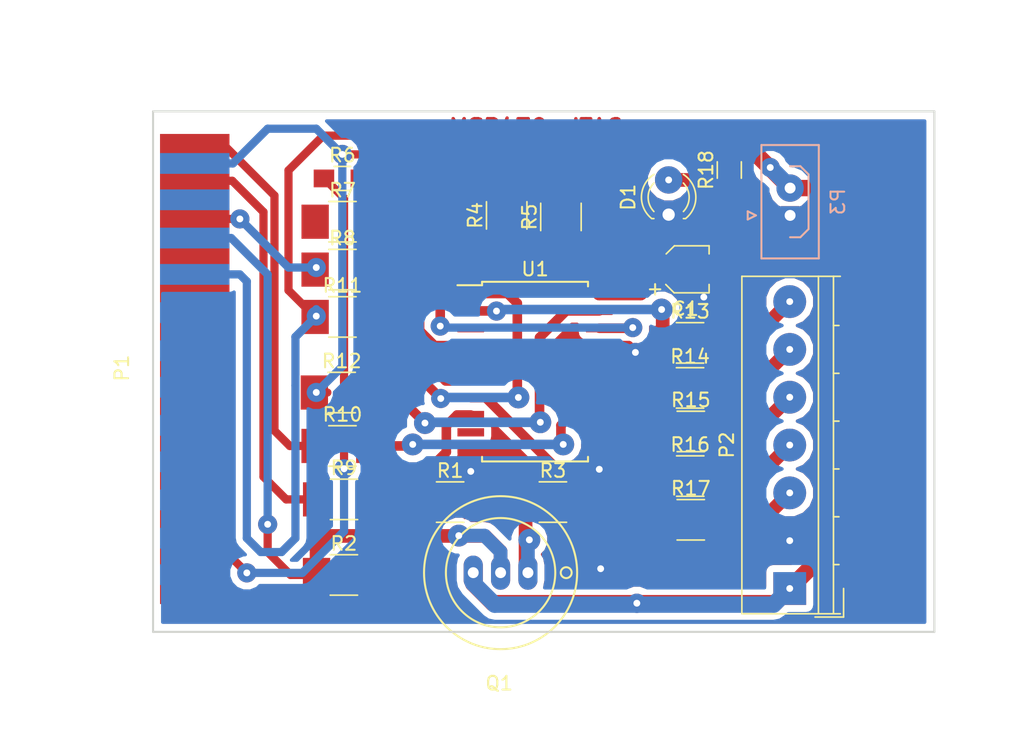
<source format=kicad_pcb>
(kicad_pcb (version 4) (host pcbnew 4.0.4-stable)

  (general
    (links 55)
    (no_connects 1)
    (area 120.574999 85.014999 177.875001 123.265001)
    (thickness 1.6)
    (drawings 16)
    (tracks 346)
    (zones 0)
    (modules 25)
    (nets 43)
  )

  (page A4)
  (layers
    (0 F.Cu signal)
    (31 B.Cu signal)
    (32 B.Adhes user)
    (33 F.Adhes user)
    (34 B.Paste user)
    (35 F.Paste user)
    (36 B.SilkS user)
    (37 F.SilkS user)
    (38 B.Mask user)
    (39 F.Mask user)
    (40 Dwgs.User user)
    (41 Cmts.User user)
    (42 Eco1.User user)
    (43 Eco2.User user)
    (44 Edge.Cuts user)
    (45 Margin user)
    (46 B.CrtYd user)
    (47 F.CrtYd user)
    (48 B.Fab user)
    (49 F.Fab user)
  )

  (setup
    (last_trace_width 0.6)
    (user_trace_width 0.1)
    (user_trace_width 0.2)
    (user_trace_width 0.4)
    (user_trace_width 0.7)
    (user_trace_width 0.8)
    (user_trace_width 1)
    (user_trace_width 1.2)
    (trace_clearance 0.2)
    (zone_clearance 0.508)
    (zone_45_only yes)
    (trace_min 0.1)
    (segment_width 0.2)
    (edge_width 0.15)
    (via_size 1.4)
    (via_drill 0.5)
    (via_min_size 0.4)
    (via_min_drill 0.3)
    (user_via 0.8 0.5)
    (user_via 1 0.5)
    (user_via 1.6 0.5)
    (uvia_size 0.3)
    (uvia_drill 0.1)
    (uvias_allowed no)
    (uvia_min_size 0.2)
    (uvia_min_drill 0.1)
    (pcb_text_width 0.3)
    (pcb_text_size 1.5 1.5)
    (mod_edge_width 0.15)
    (mod_text_size 1 1)
    (mod_text_width 0.15)
    (pad_size 2.4 2.4)
    (pad_drill 0.5)
    (pad_to_mask_clearance 0.2)
    (aux_axis_origin 0 0)
    (visible_elements 7FFFFFFF)
    (pcbplotparams
      (layerselection 0x00030_80000001)
      (usegerberextensions false)
      (excludeedgelayer true)
      (linewidth 0.100000)
      (plotframeref false)
      (viasonmask false)
      (mode 1)
      (useauxorigin false)
      (hpglpennumber 1)
      (hpglpenspeed 20)
      (hpglpendiameter 15)
      (hpglpenoverlay 2)
      (psnegative false)
      (psa4output false)
      (plotreference true)
      (plotvalue true)
      (plotinvisibletext false)
      (padsonsilk false)
      (subtractmaskfromsilk false)
      (outputformat 1)
      (mirror false)
      (drillshape 1)
      (scaleselection 1)
      (outputdirectory ""))
  )

  (net 0 "")
  (net 1 GND)
  (net 2 VCC)
  (net 3 "Net-(D1-Pad2)")
  (net 4 "Net-(P1-Pad1)")
  (net 5 "Net-(P1-Pad3)")
  (net 6 "Net-(P1-Pad5)")
  (net 7 "Net-(P1-Pad7)")
  (net 8 "Net-(P1-Pad9)")
  (net 9 "Net-(P1-Pad11)")
  (net 10 "Net-(P1-Pad13)")
  (net 11 "Net-(P1-Pad15)")
  (net 12 "Net-(P1-Pad17)")
  (net 13 "Net-(P1-Pad2)")
  (net 14 "Net-(P1-Pad4)")
  (net 15 "Net-(P1-Pad6)")
  (net 16 "Net-(P1-Pad8)")
  (net 17 "Net-(P1-Pad10)")
  (net 18 "Net-(P1-Pad12)")
  (net 19 "Net-(P1-Pad14)")
  (net 20 "Net-(P1-Pad16)")
  (net 21 /TDO)
  (net 22 /TCK)
  (net 23 /TMS)
  (net 24 /TDI)
  (net 25 /RST)
  (net 26 "Net-(Q1-Pad2)")
  (net 27 "Net-(Q1-Pad1)")
  (net 28 "Net-(R6-Pad2)")
  (net 29 "Net-(R7-Pad2)")
  (net 30 "Net-(R8-Pad2)")
  (net 31 "Net-(R9-Pad2)")
  (net 32 "Net-(R10-Pad2)")
  (net 33 "Net-(R11-Pad2)")
  (net 34 "Net-(R12-Pad2)")
  (net 35 "Net-(R13-Pad1)")
  (net 36 "Net-(R14-Pad1)")
  (net 37 "Net-(R15-Pad1)")
  (net 38 "Net-(R16-Pad1)")
  (net 39 "Net-(R17-Pad1)")
  (net 40 "Net-(U1-Pad3)")
  (net 41 "Net-(U1-Pad5)")
  (net 42 "Net-(U1-Pad9)")

  (net_class Default "This is the default net class."
    (clearance 0.2)
    (trace_width 0.6)
    (via_dia 1.4)
    (via_drill 0.5)
    (uvia_dia 0.3)
    (uvia_drill 0.1)
    (add_net /RST)
    (add_net /TCK)
    (add_net /TDI)
    (add_net /TDO)
    (add_net /TMS)
    (add_net GND)
    (add_net "Net-(D1-Pad2)")
    (add_net "Net-(P1-Pad1)")
    (add_net "Net-(P1-Pad10)")
    (add_net "Net-(P1-Pad11)")
    (add_net "Net-(P1-Pad12)")
    (add_net "Net-(P1-Pad13)")
    (add_net "Net-(P1-Pad14)")
    (add_net "Net-(P1-Pad15)")
    (add_net "Net-(P1-Pad16)")
    (add_net "Net-(P1-Pad17)")
    (add_net "Net-(P1-Pad2)")
    (add_net "Net-(P1-Pad3)")
    (add_net "Net-(P1-Pad4)")
    (add_net "Net-(P1-Pad5)")
    (add_net "Net-(P1-Pad6)")
    (add_net "Net-(P1-Pad7)")
    (add_net "Net-(P1-Pad8)")
    (add_net "Net-(P1-Pad9)")
    (add_net "Net-(Q1-Pad1)")
    (add_net "Net-(Q1-Pad2)")
    (add_net "Net-(R10-Pad2)")
    (add_net "Net-(R11-Pad2)")
    (add_net "Net-(R12-Pad2)")
    (add_net "Net-(R13-Pad1)")
    (add_net "Net-(R14-Pad1)")
    (add_net "Net-(R15-Pad1)")
    (add_net "Net-(R16-Pad1)")
    (add_net "Net-(R17-Pad1)")
    (add_net "Net-(R6-Pad2)")
    (add_net "Net-(R7-Pad2)")
    (add_net "Net-(R8-Pad2)")
    (add_net "Net-(R9-Pad2)")
    (add_net "Net-(U1-Pad3)")
    (add_net "Net-(U1-Pad5)")
    (add_net "Net-(U1-Pad9)")
    (add_net VCC)
  )

  (net_class Alt ""
    (clearance 0.2)
    (trace_width 0.4)
    (via_dia 0.6)
    (via_drill 0.4)
    (uvia_dia 0.3)
    (uvia_drill 0.1)
  )

  (module Housings_SOIC:SOIC-20W_7.5x12.8mm_Pitch1.27mm (layer F.Cu) (tedit 58CC8F64) (tstamp 5987E153)
    (at 148.59 104.14)
    (descr "20-Lead Plastic Small Outline (SO) - Wide, 7.50 mm Body [SOIC] (see Microchip Packaging Specification 00000049BS.pdf)")
    (tags "SOIC 1.27")
    (path /5985AC16)
    (attr smd)
    (fp_text reference U1 (at 0 -7.5) (layer F.SilkS)
      (effects (font (size 1 1) (thickness 0.15)))
    )
    (fp_text value 74LS244 (at 0 7.5) (layer F.Fab)
      (effects (font (size 1 1) (thickness 0.15)))
    )
    (fp_text user %R (at 0 0) (layer F.Fab)
      (effects (font (size 1 1) (thickness 0.15)))
    )
    (fp_line (start -2.75 -6.4) (end 3.75 -6.4) (layer F.Fab) (width 0.15))
    (fp_line (start 3.75 -6.4) (end 3.75 6.4) (layer F.Fab) (width 0.15))
    (fp_line (start 3.75 6.4) (end -3.75 6.4) (layer F.Fab) (width 0.15))
    (fp_line (start -3.75 6.4) (end -3.75 -5.4) (layer F.Fab) (width 0.15))
    (fp_line (start -3.75 -5.4) (end -2.75 -6.4) (layer F.Fab) (width 0.15))
    (fp_line (start -5.95 -6.75) (end -5.95 6.75) (layer F.CrtYd) (width 0.05))
    (fp_line (start 5.95 -6.75) (end 5.95 6.75) (layer F.CrtYd) (width 0.05))
    (fp_line (start -5.95 -6.75) (end 5.95 -6.75) (layer F.CrtYd) (width 0.05))
    (fp_line (start -5.95 6.75) (end 5.95 6.75) (layer F.CrtYd) (width 0.05))
    (fp_line (start -3.875 -6.575) (end -3.875 -6.325) (layer F.SilkS) (width 0.15))
    (fp_line (start 3.875 -6.575) (end 3.875 -6.24) (layer F.SilkS) (width 0.15))
    (fp_line (start 3.875 6.575) (end 3.875 6.24) (layer F.SilkS) (width 0.15))
    (fp_line (start -3.875 6.575) (end -3.875 6.24) (layer F.SilkS) (width 0.15))
    (fp_line (start -3.875 -6.575) (end 3.875 -6.575) (layer F.SilkS) (width 0.15))
    (fp_line (start -3.875 6.575) (end 3.875 6.575) (layer F.SilkS) (width 0.15))
    (fp_line (start -3.875 -6.325) (end -5.675 -6.325) (layer F.SilkS) (width 0.15))
    (pad 1 smd rect (at -4.7 -5.715) (size 1.95 0.6) (layers F.Cu F.Paste F.Mask)
      (net 33 "Net-(R11-Pad2)"))
    (pad 2 smd rect (at -4.7 -4.445) (size 1.95 0.6) (layers F.Cu F.Paste F.Mask)
      (net 35 "Net-(R13-Pad1)"))
    (pad 3 smd rect (at -4.7 -3.175) (size 1.95 0.6) (layers F.Cu F.Paste F.Mask)
      (net 40 "Net-(U1-Pad3)"))
    (pad 4 smd rect (at -4.7 -1.905) (size 1.95 0.6) (layers F.Cu F.Paste F.Mask)
      (net 29 "Net-(R7-Pad2)"))
    (pad 5 smd rect (at -4.7 -0.635) (size 1.95 0.6) (layers F.Cu F.Paste F.Mask)
      (net 41 "Net-(U1-Pad5)"))
    (pad 6 smd rect (at -4.7 0.635) (size 1.95 0.6) (layers F.Cu F.Paste F.Mask)
      (net 30 "Net-(R8-Pad2)"))
    (pad 7 smd rect (at -4.7 1.905) (size 1.95 0.6) (layers F.Cu F.Paste F.Mask)
      (net 39 "Net-(R17-Pad1)"))
    (pad 8 smd rect (at -4.7 3.175) (size 1.95 0.6) (layers F.Cu F.Paste F.Mask)
      (net 31 "Net-(R9-Pad2)"))
    (pad 9 smd rect (at -4.7 4.445) (size 1.95 0.6) (layers F.Cu F.Paste F.Mask)
      (net 42 "Net-(U1-Pad9)"))
    (pad 10 smd rect (at -4.7 5.715) (size 1.95 0.6) (layers F.Cu F.Paste F.Mask)
      (net 1 GND))
    (pad 11 smd rect (at 4.7 5.715) (size 1.95 0.6) (layers F.Cu F.Paste F.Mask)
      (net 1 GND))
    (pad 12 smd rect (at 4.7 4.445) (size 1.95 0.6) (layers F.Cu F.Paste F.Mask)
      (net 38 "Net-(R16-Pad1)"))
    (pad 13 smd rect (at 4.7 3.175) (size 1.95 0.6) (layers F.Cu F.Paste F.Mask)
      (net 32 "Net-(R10-Pad2)"))
    (pad 14 smd rect (at 4.7 1.905) (size 1.95 0.6) (layers F.Cu F.Paste F.Mask)
      (net 37 "Net-(R15-Pad1)"))
    (pad 15 smd rect (at 4.7 0.635) (size 1.95 0.6) (layers F.Cu F.Paste F.Mask)
      (net 1 GND))
    (pad 16 smd rect (at 4.7 -0.635) (size 1.95 0.6) (layers F.Cu F.Paste F.Mask)
      (net 36 "Net-(R14-Pad1)"))
    (pad 17 smd rect (at 4.7 -1.905) (size 1.95 0.6) (layers F.Cu F.Paste F.Mask)
      (net 1 GND))
    (pad 18 smd rect (at 4.7 -3.175) (size 1.95 0.6) (layers F.Cu F.Paste F.Mask)
      (net 28 "Net-(R6-Pad2)"))
    (pad 19 smd rect (at 4.7 -4.445) (size 1.95 0.6) (layers F.Cu F.Paste F.Mask)
      (net 34 "Net-(R12-Pad2)"))
    (pad 20 smd rect (at 4.7 -5.715) (size 1.95 0.6) (layers F.Cu F.Paste F.Mask)
      (net 2 VCC))
    (model ${KISYS3DMOD}/Housings_SOIC.3dshapes/SOIC-20W_7.5x12.8mm_Pitch1.27mm.wrl
      (at (xyz 0 0 0))
      (scale (xyz 1 1 1))
      (rotate (xyz 0 0 0))
    )
  )

  (module LEDs:LED_D3.0mm (layer F.Cu) (tedit 598BAD3A) (tstamp 5987DF63)
    (at 158.36392 92.64904 90)
    (descr "LED, diameter 3.0mm, 2 pins")
    (tags "LED diameter 3.0mm 2 pins")
    (path /5987081F)
    (fp_text reference D1 (at 1.27 -2.96 90) (layer F.SilkS)
      (effects (font (size 1 1) (thickness 0.15)))
    )
    (fp_text value LED (at 1.27 2.96 90) (layer F.Fab)
      (effects (font (size 1 1) (thickness 0.15)))
    )
    (fp_arc (start 1.27 0) (end -0.23 -1.16619) (angle 284.3) (layer F.Fab) (width 0.1))
    (fp_arc (start 1.27 0) (end -0.29 -1.235516) (angle 108.8) (layer F.SilkS) (width 0.12))
    (fp_arc (start 1.27 0) (end -0.29 1.235516) (angle -108.8) (layer F.SilkS) (width 0.12))
    (fp_arc (start 1.27 0) (end 0.229039 -1.08) (angle 87.9) (layer F.SilkS) (width 0.12))
    (fp_arc (start 1.27 0) (end 0.229039 1.08) (angle -87.9) (layer F.SilkS) (width 0.12))
    (fp_circle (center 1.27 0) (end 2.77 0) (layer F.Fab) (width 0.1))
    (fp_line (start -0.23 -1.16619) (end -0.23 1.16619) (layer F.Fab) (width 0.1))
    (fp_line (start -0.29 -1.236) (end -0.29 -1.08) (layer F.SilkS) (width 0.12))
    (fp_line (start -0.29 1.08) (end -0.29 1.236) (layer F.SilkS) (width 0.12))
    (fp_line (start -1.15 -2.25) (end -1.15 2.25) (layer F.CrtYd) (width 0.05))
    (fp_line (start -1.15 2.25) (end 3.7 2.25) (layer F.CrtYd) (width 0.05))
    (fp_line (start 3.7 2.25) (end 3.7 -2.25) (layer F.CrtYd) (width 0.05))
    (fp_line (start 3.7 -2.25) (end -1.15 -2.25) (layer F.CrtYd) (width 0.05))
    (pad 1 thru_hole rect (at 0 0 90) (size 1.8 1.8) (drill 0.9) (layers *.Cu *.Mask)
      (net 1 GND) (zone_connect 2))
    (pad 2 thru_hole circle (at 2.54 0 90) (size 2 2) (drill 0.5) (layers *.Cu *.Mask)
      (net 3 "Net-(D1-Pad2)"))
    (model ${KISYS3DMOD}/LEDs.3dshapes/LED_D3.0mm.wrl
      (at (xyz 0 0 0))
      (scale (xyz 0.393701 0.393701 0.393701))
      (rotate (xyz 0 0 0))
    )
  )

  (module Capacitors_SMD:CP_Elec_3x5.3 (layer F.Cu) (tedit 58AA85CF) (tstamp 5987DF50)
    (at 159.59328 96.64192)
    (descr "SMT capacitor, aluminium electrolytic, 3x5.3")
    (path /5985B194)
    (attr smd)
    (fp_text reference C1 (at 0 2.9) (layer F.SilkS)
      (effects (font (size 1 1) (thickness 0.15)))
    )
    (fp_text value 0.1uF (at -0.03 -2.9) (layer F.Fab)
      (effects (font (size 1 1) (thickness 0.15)))
    )
    (fp_circle (center 0 0) (end 0.3 1.5) (layer F.Fab) (width 0.1))
    (fp_text user + (at -0.94 -0.08) (layer F.Fab)
      (effects (font (size 1 1) (thickness 0.15)))
    )
    (fp_text user + (at -2.22 1.4) (layer F.SilkS)
      (effects (font (size 1 1) (thickness 0.15)))
    )
    (fp_text user %R (at 0 2.9) (layer F.Fab)
      (effects (font (size 1 1) (thickness 0.15)))
    )
    (fp_line (start -1.56 -0.75) (end -1.56 0.77) (layer F.Fab) (width 0.1))
    (fp_line (start -0.75 -1.56) (end -1.56 -0.75) (layer F.Fab) (width 0.1))
    (fp_line (start -0.76 1.57) (end -1.56 0.77) (layer F.Fab) (width 0.1))
    (fp_line (start 1.57 1.57) (end 1.57 -1.56) (layer F.Fab) (width 0.1))
    (fp_line (start 1.56 1.57) (end -0.76 1.57) (layer F.Fab) (width 0.1))
    (fp_line (start 1.57 -1.56) (end -0.75 -1.56) (layer F.Fab) (width 0.1))
    (fp_line (start -0.83 1.73) (end -1.44 1.12) (layer F.SilkS) (width 0.12))
    (fp_line (start 1.73 1.73) (end 1.73 1.12) (layer F.SilkS) (width 0.12))
    (fp_line (start -0.81 -1.71) (end -1.41 -1.12) (layer F.SilkS) (width 0.12))
    (fp_line (start 1.73 -1.71) (end 1.73 -1.12) (layer F.SilkS) (width 0.12))
    (fp_line (start -0.83 1.73) (end 1.71 1.73) (layer F.SilkS) (width 0.12))
    (fp_line (start 1.73 -1.71) (end -0.81 -1.71) (layer F.SilkS) (width 0.12))
    (fp_line (start -2.85 -1.82) (end 2.85 -1.82) (layer F.CrtYd) (width 0.05))
    (fp_line (start -2.85 -1.82) (end -2.85 1.82) (layer F.CrtYd) (width 0.05))
    (fp_line (start 2.85 1.82) (end 2.85 -1.82) (layer F.CrtYd) (width 0.05))
    (fp_line (start 2.85 1.82) (end -2.85 1.82) (layer F.CrtYd) (width 0.05))
    (pad 2 smd rect (at 1.5 0) (size 2.2 1.6) (layers F.Cu F.Paste F.Mask)
      (net 1 GND))
    (pad 1 smd rect (at -1.5 0) (size 2.2 1.6) (layers F.Cu F.Paste F.Mask)
      (net 2 VCC))
    (model Capacitors_SMD.3dshapes/CP_Elec_3x5.3.wrl
      (at (xyz 0 0 0))
      (scale (xyz 1 1 1))
      (rotate (xyz 0 0 180))
    )
  )

  (module Terminal_Blocks:TerminalBlock_4UCON_19963_07x3.5mm_Straight (layer F.Cu) (tedit 598D1D29) (tstamp 5987DFC6)
    (at 167.2209 120.015 90)
    (descr "7-way 3.5mm pitch terminal block, https://cdn-shop.adafruit.com/datasheets/19963.pdf")
    (tags "screw terminal block")
    (path /5985B934)
    (fp_text reference P2 (at 10.5 -4.6 90) (layer F.SilkS)
      (effects (font (size 1 1) (thickness 0.15)))
    )
    (fp_text value CONN_01X07 (at 10.5 5.1 90) (layer F.Fab)
      (effects (font (size 1 1) (thickness 0.15)))
    )
    (fp_line (start -2.25 -3.9) (end -2.25 4.1) (layer F.CrtYd) (width 0.05))
    (fp_line (start -2.25 4.1) (end 23.25 4.1) (layer F.CrtYd) (width 0.05))
    (fp_line (start 23.25 4.1) (end 23.25 -3.9) (layer F.CrtYd) (width 0.05))
    (fp_line (start 23.25 -3.9) (end -2.25 -3.9) (layer F.CrtYd) (width 0.05))
    (fp_line (start -1.75 2.1) (end 22.75 2.1) (layer F.Fab) (width 0.1))
    (fp_line (start -1.75 3.2) (end 22.75 3.2) (layer F.Fab) (width 0.1))
    (fp_line (start -1.75 3.6) (end -1.75 -3.4) (layer F.Fab) (width 0.1))
    (fp_line (start -1.75 -3.4) (end 22.75 -3.4) (layer F.Fab) (width 0.1))
    (fp_line (start 22.75 -3.4) (end 22.75 3.6) (layer F.Fab) (width 0.1))
    (fp_line (start 1.75 3.2) (end 1.75 3.6) (layer F.Fab) (width 0.1))
    (fp_line (start 5.25 3.2) (end 5.25 3.6) (layer F.Fab) (width 0.1))
    (fp_line (start 8.75 3.2) (end 8.75 3.6) (layer F.Fab) (width 0.1))
    (fp_line (start 12.25 3.2) (end 12.25 3.6) (layer F.Fab) (width 0.1))
    (fp_line (start 15.75 3.2) (end 15.75 3.6) (layer F.Fab) (width 0.1))
    (fp_line (start 19.25 3.2) (end 19.25 3.6) (layer F.Fab) (width 0.1))
    (fp_line (start -2.09 1.85) (end -2.09 3.94) (layer F.Fab) (width 0.1))
    (fp_line (start -2.09 3.94) (end 0 3.94) (layer F.Fab) (width 0.1))
    (fp_line (start -1.85 2.1) (end 22.85 2.1) (layer F.SilkS) (width 0.12))
    (fp_line (start -1.85 3.2) (end 22.85 3.2) (layer F.SilkS) (width 0.12))
    (fp_line (start -1.85 3.7) (end -1.85 -3.5) (layer F.SilkS) (width 0.12))
    (fp_line (start -1.85 -3.5) (end 22.85 -3.5) (layer F.SilkS) (width 0.12))
    (fp_line (start 22.85 -3.5) (end 22.85 3.7) (layer F.SilkS) (width 0.12))
    (fp_line (start 1.75 3.2) (end 1.75 3.6) (layer F.SilkS) (width 0.12))
    (fp_line (start 5.25 3.2) (end 5.25 3.6) (layer F.SilkS) (width 0.12))
    (fp_line (start 8.75 3.2) (end 8.75 3.6) (layer F.SilkS) (width 0.12))
    (fp_line (start 12.25 3.2) (end 12.25 3.6) (layer F.SilkS) (width 0.12))
    (fp_line (start 15.75 3.2) (end 15.75 3.6) (layer F.SilkS) (width 0.12))
    (fp_line (start 19.25 3.2) (end 19.25 3.6) (layer F.SilkS) (width 0.12))
    (fp_line (start -2.09 1.85) (end -2.09 3.94) (layer F.SilkS) (width 0.12))
    (fp_line (start -2.09 3.94) (end 0 3.94) (layer F.SilkS) (width 0.12))
    (fp_text user %R (at 10.5 0.1 90) (layer F.Fab)
      (effects (font (size 1 1) (thickness 0.15)))
    )
    (pad 1 thru_hole rect (at 0 0 90) (size 2.4 2.4) (drill 0.5) (layers *.Cu *.Mask)
      (net 2 VCC))
    (pad 2 thru_hole circle (at 3.5 0 90) (size 2.4 2.4) (drill 0.5) (layers *.Cu *.Mask)
      (net 1 GND))
    (pad 3 thru_hole circle (at 7 0 90) (size 2.4 2.4) (drill 0.5) (layers *.Cu *.Mask)
      (net 25 /RST))
    (pad 4 thru_hole circle (at 10.5 0 90) (size 2.4 2.4) (drill 0.5) (layers *.Cu *.Mask)
      (net 24 /TDI))
    (pad 5 thru_hole circle (at 14 0 90) (size 2.4 2.4) (drill 0.5) (layers *.Cu *.Mask)
      (net 23 /TMS))
    (pad 6 thru_hole circle (at 17.5 0 90) (size 2.4 2.4) (drill 0.5) (layers *.Cu *.Mask)
      (net 22 /TCK))
    (pad 7 thru_hole circle (at 21 0 90) (size 2.4 2.4) (drill 0.5) (layers *.Cu *.Mask)
      (net 21 /TDO))
    (model ${KISYS3DMOD}/Connectors_Terminal_Blocks.3dshapes/TerminalBlock_4UCON_19963_07x3.5mm_Straight.wrl
      (at (xyz 0 0 0))
      (scale (xyz 1 1 1))
      (rotate (xyz 0 0 0))
    )
  )

  (module Connectors_Harwin:Harwin_LTek-Male_02x2.00mm_Straight (layer B.Cu) (tedit 598AEAD9) (tstamp 5987DFE7)
    (at 167.24884 92.70492 90)
    (descr "Harwin LTek Connector, 2 pins, single row male, vertical entry")
    (tags "connector harwin ltek M80")
    (path /5986DAB2)
    (fp_text reference P3 (at 1 3.5 90) (layer B.SilkS)
      (effects (font (size 1 1) (thickness 0.15)) (justify mirror))
    )
    (fp_text value CONN_01X02 (at 1 -4 90) (layer B.Fab)
      (effects (font (size 1 1) (thickness 0.15)) (justify mirror))
    )
    (fp_line (start -3.15 2.1) (end -3.15 -2.1) (layer B.SilkS) (width 0.15))
    (fp_line (start -3.15 -2.1) (end 5.15 -2.1) (layer B.SilkS) (width 0.15))
    (fp_line (start 5.15 -2.1) (end 5.15 2.1) (layer B.SilkS) (width 0.15))
    (fp_line (start 5.15 2.1) (end -3.15 2.1) (layer B.SilkS) (width 0.15))
    (fp_line (start -3.5 2.5) (end -3.5 -2.5) (layer B.CrtYd) (width 0.05))
    (fp_line (start -3.5 -2.5) (end 5.5 -2.5) (layer B.CrtYd) (width 0.05))
    (fp_line (start 5.5 -2.5) (end 5.5 2.5) (layer B.CrtYd) (width 0.05))
    (fp_line (start 5.5 2.5) (end -3.5 2.5) (layer B.CrtYd) (width 0.05))
    (fp_line (start -3.05 2) (end -3.05 -2) (layer B.Fab) (width 0.05))
    (fp_line (start -3.05 -2) (end 5.05 -2) (layer B.Fab) (width 0.05))
    (fp_line (start 5.05 -2) (end 5.05 2) (layer B.Fab) (width 0.05))
    (fp_line (start 5.05 2) (end -3.05 2) (layer B.Fab) (width 0.05))
    (fp_line (start -1.75 -1.5) (end -1.75 0.75) (layer B.Fab) (width 0.05))
    (fp_line (start -1.75 0.75) (end -1 1.5) (layer B.Fab) (width 0.05))
    (fp_line (start -1 1.5) (end 3 1.5) (layer B.Fab) (width 0.05))
    (fp_line (start 3 1.5) (end 3.75 0.75) (layer B.Fab) (width 0.05))
    (fp_line (start 3.75 0.75) (end 3.75 -1.5) (layer B.Fab) (width 0.05))
    (fp_line (start 3.75 -1.5) (end -1.75 -1.5) (layer B.Fab) (width 0.05))
    (fp_line (start -1.6 0) (end -1.6 0.75) (layer B.SilkS) (width 0.15))
    (fp_line (start -1.6 0.75) (end -1 1.35) (layer B.SilkS) (width 0.15))
    (fp_line (start -1 1.35) (end 1 1.35) (layer B.SilkS) (width 0.15))
    (fp_line (start 3.6 0) (end 3.6 0.75) (layer B.SilkS) (width 0.15))
    (fp_line (start 3.6 0.75) (end 3 1.35) (layer B.SilkS) (width 0.15))
    (fp_line (start 3 1.35) (end 1 1.35) (layer B.SilkS) (width 0.15))
    (fp_line (start 0 -2.5) (end -0.3 -3.1) (layer B.SilkS) (width 0.15))
    (fp_line (start -0.3 -3.1) (end 0.3 -3.1) (layer B.SilkS) (width 0.15))
    (fp_line (start 0.3 -3.1) (end 0 -2.5) (layer B.SilkS) (width 0.15))
    (pad 1 thru_hole rect (at 0 0 90) (size 1.35 1.35) (drill 0.8) (layers *.Cu *.Mask)
      (net 1 GND) (zone_connect 2))
    (pad 2 thru_hole circle (at 2 0 90) (size 2 2) (drill 0.8) (layers *.Cu *.Mask)
      (net 2 VCC))
    (model Connectors_Harwin.3dshapes/Harwin_LTek-Male_02x2.00mm_Straight.wrl
      (at (xyz 0 0 0))
      (scale (xyz 1 1 1))
      (rotate (xyz 0 0 0))
    )
  )

  (module Transistors_OldSowjetAera:OldSowjetaera_Transistor_Type-I_BigPads (layer F.Cu) (tedit 0) (tstamp 5987DFF1)
    (at 146.07032 118.85676 180)
    (path /5985B213)
    (fp_text reference Q1 (at 0.1 -8.1 180) (layer F.SilkS)
      (effects (font (size 1 1) (thickness 0.15)))
    )
    (fp_text value PN2222A (at 0.1 7.6 180) (layer F.Fab)
      (effects (font (size 1 1) (thickness 0.15)))
    )
    (fp_circle (center -4.8 0) (end -4.8 0.4) (layer F.SilkS) (width 0.15))
    (fp_circle (center 0 0) (end 4 0) (layer F.SilkS) (width 0.15))
    (fp_circle (center 0 0) (end 5.6 0) (layer F.SilkS) (width 0.15))
    (pad 2 thru_hole oval (at 0 0 180) (size 1.4 2.5) (drill 0.8) (layers *.Cu *.Mask)
      (net 26 "Net-(Q1-Pad2)"))
    (pad 1 thru_hole oval (at -2 0 180) (size 1.4 2.5) (drill 0.8) (layers *.Cu *.Mask)
      (net 27 "Net-(Q1-Pad1)"))
    (pad 3 thru_hole oval (at 2 0 180) (size 1.4 2.5) (drill 0.8) (layers *.Cu *.Mask)
      (net 2 VCC))
    (model Transistors_OldSowjetAera.3dshapes/OldSowjetaera_Transistor_Type-I_BigPads.wrl
      (at (xyz 0 0 0))
      (scale (xyz 0.3937 0.3937 0.3937))
      (rotate (xyz 0 0 0))
    )
  )

  (module Resistors_SMD:R_0805_HandSoldering (layer F.Cu) (tedit 58E0A804) (tstamp 5987E057)
    (at 134.5 90)
    (descr "Resistor SMD 0805, hand soldering")
    (tags "resistor 0805")
    (path /5985B15C)
    (attr smd)
    (fp_text reference R6 (at 0 -1.7) (layer F.SilkS)
      (effects (font (size 1 1) (thickness 0.15)))
    )
    (fp_text value 82Ω (at 0 1.75) (layer F.Fab)
      (effects (font (size 1 1) (thickness 0.15)))
    )
    (fp_text user %R (at 0 0) (layer F.Fab)
      (effects (font (size 0.5 0.5) (thickness 0.075)))
    )
    (fp_line (start -1 0.62) (end -1 -0.62) (layer F.Fab) (width 0.1))
    (fp_line (start 1 0.62) (end -1 0.62) (layer F.Fab) (width 0.1))
    (fp_line (start 1 -0.62) (end 1 0.62) (layer F.Fab) (width 0.1))
    (fp_line (start -1 -0.62) (end 1 -0.62) (layer F.Fab) (width 0.1))
    (fp_line (start 0.6 0.88) (end -0.6 0.88) (layer F.SilkS) (width 0.12))
    (fp_line (start -0.6 -0.88) (end 0.6 -0.88) (layer F.SilkS) (width 0.12))
    (fp_line (start -2.35 -0.9) (end 2.35 -0.9) (layer F.CrtYd) (width 0.05))
    (fp_line (start -2.35 -0.9) (end -2.35 0.9) (layer F.CrtYd) (width 0.05))
    (fp_line (start 2.35 0.9) (end 2.35 -0.9) (layer F.CrtYd) (width 0.05))
    (fp_line (start 2.35 0.9) (end -2.35 0.9) (layer F.CrtYd) (width 0.05))
    (pad 1 smd rect (at -1.35 0) (size 1.5 1.3) (layers F.Cu F.Paste F.Mask)
      (net 18 "Net-(P1-Pad12)"))
    (pad 2 smd rect (at 1.35 0) (size 1.5 1.3) (layers F.Cu F.Paste F.Mask)
      (net 28 "Net-(R6-Pad2)"))
    (model ${KISYS3DMOD}/Resistors_SMD.3dshapes/R_0805.wrl
      (at (xyz 0 0 0))
      (scale (xyz 1 1 1))
      (rotate (xyz 0 0 0))
    )
  )

  (module Resistors_SMD:R_0805_HandSoldering (layer F.Cu) (tedit 58E0A804) (tstamp 5987E123)
    (at 162.8013 89.3826 90)
    (descr "Resistor SMD 0805, hand soldering")
    (tags "resistor 0805")
    (path /59870C6C)
    (attr smd)
    (fp_text reference R18 (at 0 -1.7 90) (layer F.SilkS)
      (effects (font (size 1 1) (thickness 0.15)))
    )
    (fp_text value R (at 0 1.75 90) (layer F.Fab)
      (effects (font (size 1 1) (thickness 0.15)))
    )
    (fp_text user %R (at 0 0 90) (layer F.Fab)
      (effects (font (size 0.5 0.5) (thickness 0.075)))
    )
    (fp_line (start -1 0.62) (end -1 -0.62) (layer F.Fab) (width 0.1))
    (fp_line (start 1 0.62) (end -1 0.62) (layer F.Fab) (width 0.1))
    (fp_line (start 1 -0.62) (end 1 0.62) (layer F.Fab) (width 0.1))
    (fp_line (start -1 -0.62) (end 1 -0.62) (layer F.Fab) (width 0.1))
    (fp_line (start 0.6 0.88) (end -0.6 0.88) (layer F.SilkS) (width 0.12))
    (fp_line (start -0.6 -0.88) (end 0.6 -0.88) (layer F.SilkS) (width 0.12))
    (fp_line (start -2.35 -0.9) (end 2.35 -0.9) (layer F.CrtYd) (width 0.05))
    (fp_line (start -2.35 -0.9) (end -2.35 0.9) (layer F.CrtYd) (width 0.05))
    (fp_line (start 2.35 0.9) (end 2.35 -0.9) (layer F.CrtYd) (width 0.05))
    (fp_line (start 2.35 0.9) (end -2.35 0.9) (layer F.CrtYd) (width 0.05))
    (pad 1 smd rect (at -1.35 0 90) (size 1.5 1.3) (layers F.Cu F.Paste F.Mask)
      (net 3 "Net-(D1-Pad2)"))
    (pad 2 smd rect (at 1.35 0 90) (size 1.5 1.3) (layers F.Cu F.Paste F.Mask)
      (net 2 VCC))
    (model ${KISYS3DMOD}/Resistors_SMD.3dshapes/R_0805.wrl
      (at (xyz 0 0 0))
      (scale (xyz 1 1 1))
      (rotate (xyz 0 0 0))
    )
  )

  (module Resistors_SMD:R_1210_HandSoldering (layer F.Cu) (tedit 58E0A804) (tstamp 598AD121)
    (at 146.51736 92.70492 90)
    (descr "Resistor SMD 1210, hand soldering")
    (tags "resistor 1210")
    (path /5985B174)
    (attr smd)
    (fp_text reference R4 (at 0 -2.3 90) (layer F.SilkS)
      (effects (font (size 1 1) (thickness 0.15)))
    )
    (fp_text value 33K (at 0 2.4 90) (layer F.Fab)
      (effects (font (size 1 1) (thickness 0.15)))
    )
    (fp_text user %R (at 0 0 90) (layer F.Fab)
      (effects (font (size 0.7 0.7) (thickness 0.105)))
    )
    (fp_line (start -1.6 1.25) (end -1.6 -1.25) (layer F.Fab) (width 0.1))
    (fp_line (start 1.6 1.25) (end -1.6 1.25) (layer F.Fab) (width 0.1))
    (fp_line (start 1.6 -1.25) (end 1.6 1.25) (layer F.Fab) (width 0.1))
    (fp_line (start -1.6 -1.25) (end 1.6 -1.25) (layer F.Fab) (width 0.1))
    (fp_line (start 1 1.48) (end -1 1.48) (layer F.SilkS) (width 0.12))
    (fp_line (start -1 -1.48) (end 1 -1.48) (layer F.SilkS) (width 0.12))
    (fp_line (start -3.25 -1.5) (end 3.25 -1.5) (layer F.CrtYd) (width 0.05))
    (fp_line (start -3.25 -1.5) (end -3.25 1.5) (layer F.CrtYd) (width 0.05))
    (fp_line (start 3.25 1.5) (end 3.25 -1.5) (layer F.CrtYd) (width 0.05))
    (fp_line (start 3.25 1.5) (end -3.25 1.5) (layer F.CrtYd) (width 0.05))
    (pad 1 smd rect (at -2 0 90) (size 2 2.5) (layers F.Cu F.Paste F.Mask)
      (net 12 "Net-(P1-Pad17)"))
    (pad 2 smd rect (at 2 0 90) (size 2 2.5) (layers F.Cu F.Paste F.Mask)
      (net 2 VCC))
    (model ${KISYS3DMOD}/Resistors_SMD.3dshapes/R_1210.wrl
      (at (xyz 0 0 0))
      (scale (xyz 1 1 1))
      (rotate (xyz 0 0 0))
    )
  )

  (module Resistors_SMD:R_1210_HandSoldering (layer F.Cu) (tedit 58E0A804) (tstamp 598AD131)
    (at 150.48484 92.81668 90)
    (descr "Resistor SMD 1210, hand soldering")
    (tags "resistor 1210")
    (path /5985B162)
    (attr smd)
    (fp_text reference R5 (at 0 -2.3 90) (layer F.SilkS)
      (effects (font (size 1 1) (thickness 0.15)))
    )
    (fp_text value 33K (at 0 2.4 90) (layer F.Fab)
      (effects (font (size 1 1) (thickness 0.15)))
    )
    (fp_text user %R (at 0 0 90) (layer F.Fab)
      (effects (font (size 0.7 0.7) (thickness 0.105)))
    )
    (fp_line (start -1.6 1.25) (end -1.6 -1.25) (layer F.Fab) (width 0.1))
    (fp_line (start 1.6 1.25) (end -1.6 1.25) (layer F.Fab) (width 0.1))
    (fp_line (start 1.6 -1.25) (end 1.6 1.25) (layer F.Fab) (width 0.1))
    (fp_line (start -1.6 -1.25) (end 1.6 -1.25) (layer F.Fab) (width 0.1))
    (fp_line (start 1 1.48) (end -1 1.48) (layer F.SilkS) (width 0.12))
    (fp_line (start -1 -1.48) (end 1 -1.48) (layer F.SilkS) (width 0.12))
    (fp_line (start -3.25 -1.5) (end 3.25 -1.5) (layer F.CrtYd) (width 0.05))
    (fp_line (start -3.25 -1.5) (end -3.25 1.5) (layer F.CrtYd) (width 0.05))
    (fp_line (start 3.25 1.5) (end 3.25 -1.5) (layer F.CrtYd) (width 0.05))
    (fp_line (start 3.25 1.5) (end -3.25 1.5) (layer F.CrtYd) (width 0.05))
    (pad 1 smd rect (at -2 0 90) (size 2 2.5) (layers F.Cu F.Paste F.Mask)
      (net 19 "Net-(P1-Pad14)"))
    (pad 2 smd rect (at 2 0 90) (size 2 2.5) (layers F.Cu F.Paste F.Mask)
      (net 2 VCC))
    (model ${KISYS3DMOD}/Resistors_SMD.3dshapes/R_1210.wrl
      (at (xyz 0 0 0))
      (scale (xyz 1 1 1))
      (rotate (xyz 0 0 0))
    )
  )

  (module Resistors_SMD:R_1210_HandSoldering (layer F.Cu) (tedit 58E0A804) (tstamp 598AD141)
    (at 134.5057 93.1672)
    (descr "Resistor SMD 1210, hand soldering")
    (tags "resistor 1210")
    (path /5985AE18)
    (attr smd)
    (fp_text reference R7 (at 0 -2.3) (layer F.SilkS)
      (effects (font (size 1 1) (thickness 0.15)))
    )
    (fp_text value 33K (at 0 2.4) (layer F.Fab)
      (effects (font (size 1 1) (thickness 0.15)))
    )
    (fp_text user %R (at 0 0) (layer F.Fab)
      (effects (font (size 0.7 0.7) (thickness 0.105)))
    )
    (fp_line (start -1.6 1.25) (end -1.6 -1.25) (layer F.Fab) (width 0.1))
    (fp_line (start 1.6 1.25) (end -1.6 1.25) (layer F.Fab) (width 0.1))
    (fp_line (start 1.6 -1.25) (end 1.6 1.25) (layer F.Fab) (width 0.1))
    (fp_line (start -1.6 -1.25) (end 1.6 -1.25) (layer F.Fab) (width 0.1))
    (fp_line (start 1 1.48) (end -1 1.48) (layer F.SilkS) (width 0.12))
    (fp_line (start -1 -1.48) (end 1 -1.48) (layer F.SilkS) (width 0.12))
    (fp_line (start -3.25 -1.5) (end 3.25 -1.5) (layer F.CrtYd) (width 0.05))
    (fp_line (start -3.25 -1.5) (end -3.25 1.5) (layer F.CrtYd) (width 0.05))
    (fp_line (start 3.25 1.5) (end 3.25 -1.5) (layer F.CrtYd) (width 0.05))
    (fp_line (start 3.25 1.5) (end -3.25 1.5) (layer F.CrtYd) (width 0.05))
    (pad 1 smd rect (at -2 0) (size 2 2.5) (layers F.Cu F.Paste F.Mask)
      (net 14 "Net-(P1-Pad4)"))
    (pad 2 smd rect (at 2 0) (size 2 2.5) (layers F.Cu F.Paste F.Mask)
      (net 29 "Net-(R7-Pad2)"))
    (model ${KISYS3DMOD}/Resistors_SMD.3dshapes/R_1210.wrl
      (at (xyz 0 0 0))
      (scale (xyz 1 1 1))
      (rotate (xyz 0 0 0))
    )
  )

  (module Resistors_SMD:R_1210_HandSoldering (layer F.Cu) (tedit 58E0A804) (tstamp 598AD151)
    (at 134.50316 96.6724)
    (descr "Resistor SMD 1210, hand soldering")
    (tags "resistor 1210")
    (path /5985AEC0)
    (attr smd)
    (fp_text reference R8 (at 0 -2.3) (layer F.SilkS)
      (effects (font (size 1 1) (thickness 0.15)))
    )
    (fp_text value 33K (at 0 2.4) (layer F.Fab)
      (effects (font (size 1 1) (thickness 0.15)))
    )
    (fp_text user %R (at 0 0) (layer F.Fab)
      (effects (font (size 0.7 0.7) (thickness 0.105)))
    )
    (fp_line (start -1.6 1.25) (end -1.6 -1.25) (layer F.Fab) (width 0.1))
    (fp_line (start 1.6 1.25) (end -1.6 1.25) (layer F.Fab) (width 0.1))
    (fp_line (start 1.6 -1.25) (end 1.6 1.25) (layer F.Fab) (width 0.1))
    (fp_line (start -1.6 -1.25) (end 1.6 -1.25) (layer F.Fab) (width 0.1))
    (fp_line (start 1 1.48) (end -1 1.48) (layer F.SilkS) (width 0.12))
    (fp_line (start -1 -1.48) (end 1 -1.48) (layer F.SilkS) (width 0.12))
    (fp_line (start -3.25 -1.5) (end 3.25 -1.5) (layer F.CrtYd) (width 0.05))
    (fp_line (start -3.25 -1.5) (end -3.25 1.5) (layer F.CrtYd) (width 0.05))
    (fp_line (start 3.25 1.5) (end 3.25 -1.5) (layer F.CrtYd) (width 0.05))
    (fp_line (start 3.25 1.5) (end -3.25 1.5) (layer F.CrtYd) (width 0.05))
    (pad 1 smd rect (at -2 0) (size 2 2.5) (layers F.Cu F.Paste F.Mask)
      (net 5 "Net-(P1-Pad3)"))
    (pad 2 smd rect (at 2 0) (size 2 2.5) (layers F.Cu F.Paste F.Mask)
      (net 30 "Net-(R8-Pad2)"))
    (model ${KISYS3DMOD}/Resistors_SMD.3dshapes/R_1210.wrl
      (at (xyz 0 0 0))
      (scale (xyz 1 1 1))
      (rotate (xyz 0 0 0))
    )
  )

  (module Resistors_SMD:R_1210_HandSoldering (layer F.Cu) (tedit 58E0A804) (tstamp 598AD161)
    (at 134.61492 113.49228)
    (descr "Resistor SMD 1210, hand soldering")
    (tags "resistor 1210")
    (path /5985AEC6)
    (attr smd)
    (fp_text reference R9 (at 0 -2.3) (layer F.SilkS)
      (effects (font (size 1 1) (thickness 0.15)))
    )
    (fp_text value 33K (at 0 2.4) (layer F.Fab)
      (effects (font (size 1 1) (thickness 0.15)))
    )
    (fp_text user %R (at 0 0) (layer F.Fab)
      (effects (font (size 0.7 0.7) (thickness 0.105)))
    )
    (fp_line (start -1.6 1.25) (end -1.6 -1.25) (layer F.Fab) (width 0.1))
    (fp_line (start 1.6 1.25) (end -1.6 1.25) (layer F.Fab) (width 0.1))
    (fp_line (start 1.6 -1.25) (end 1.6 1.25) (layer F.Fab) (width 0.1))
    (fp_line (start -1.6 -1.25) (end 1.6 -1.25) (layer F.Fab) (width 0.1))
    (fp_line (start 1 1.48) (end -1 1.48) (layer F.SilkS) (width 0.12))
    (fp_line (start -1 -1.48) (end 1 -1.48) (layer F.SilkS) (width 0.12))
    (fp_line (start -3.25 -1.5) (end 3.25 -1.5) (layer F.CrtYd) (width 0.05))
    (fp_line (start -3.25 -1.5) (end -3.25 1.5) (layer F.CrtYd) (width 0.05))
    (fp_line (start 3.25 1.5) (end 3.25 -1.5) (layer F.CrtYd) (width 0.05))
    (fp_line (start 3.25 1.5) (end -3.25 1.5) (layer F.CrtYd) (width 0.05))
    (pad 1 smd rect (at -2 0) (size 2 2.5) (layers F.Cu F.Paste F.Mask)
      (net 13 "Net-(P1-Pad2)"))
    (pad 2 smd rect (at 2 0) (size 2 2.5) (layers F.Cu F.Paste F.Mask)
      (net 31 "Net-(R9-Pad2)"))
    (model ${KISYS3DMOD}/Resistors_SMD.3dshapes/R_1210.wrl
      (at (xyz 0 0 0))
      (scale (xyz 1 1 1))
      (rotate (xyz 0 0 0))
    )
  )

  (module Resistors_SMD:R_1210_HandSoldering (layer F.Cu) (tedit 58E0A804) (tstamp 598AD171)
    (at 134.50316 109.58068)
    (descr "Resistor SMD 1210, hand soldering")
    (tags "resistor 1210")
    (path /5985ACF1)
    (attr smd)
    (fp_text reference R10 (at 0 -2.3) (layer F.SilkS)
      (effects (font (size 1 1) (thickness 0.15)))
    )
    (fp_text value 33K (at 0 2.4) (layer F.Fab)
      (effects (font (size 1 1) (thickness 0.15)))
    )
    (fp_text user %R (at 0 0) (layer F.Fab)
      (effects (font (size 0.7 0.7) (thickness 0.105)))
    )
    (fp_line (start -1.6 1.25) (end -1.6 -1.25) (layer F.Fab) (width 0.1))
    (fp_line (start 1.6 1.25) (end -1.6 1.25) (layer F.Fab) (width 0.1))
    (fp_line (start 1.6 -1.25) (end 1.6 1.25) (layer F.Fab) (width 0.1))
    (fp_line (start -1.6 -1.25) (end 1.6 -1.25) (layer F.Fab) (width 0.1))
    (fp_line (start 1 1.48) (end -1 1.48) (layer F.SilkS) (width 0.12))
    (fp_line (start -1 -1.48) (end 1 -1.48) (layer F.SilkS) (width 0.12))
    (fp_line (start -3.25 -1.5) (end 3.25 -1.5) (layer F.CrtYd) (width 0.05))
    (fp_line (start -3.25 -1.5) (end -3.25 1.5) (layer F.CrtYd) (width 0.05))
    (fp_line (start 3.25 1.5) (end 3.25 -1.5) (layer F.CrtYd) (width 0.05))
    (fp_line (start 3.25 1.5) (end -3.25 1.5) (layer F.CrtYd) (width 0.05))
    (pad 1 smd rect (at -2 0) (size 2 2.5) (layers F.Cu F.Paste F.Mask)
      (net 4 "Net-(P1-Pad1)"))
    (pad 2 smd rect (at 2 0) (size 2 2.5) (layers F.Cu F.Paste F.Mask)
      (net 32 "Net-(R10-Pad2)"))
    (model ${KISYS3DMOD}/Resistors_SMD.3dshapes/R_1210.wrl
      (at (xyz 0 0 0))
      (scale (xyz 1 1 1))
      (rotate (xyz 0 0 0))
    )
  )

  (module Resistors_SMD:R_1210_HandSoldering (layer F.Cu) (tedit 58E0A804) (tstamp 598AD181)
    (at 134.50316 100.13696)
    (descr "Resistor SMD 1210, hand soldering")
    (tags "resistor 1210")
    (path /5985B150)
    (attr smd)
    (fp_text reference R11 (at 0 -2.3) (layer F.SilkS)
      (effects (font (size 1 1) (thickness 0.15)))
    )
    (fp_text value 33K (at 0 2.4) (layer F.Fab)
      (effects (font (size 1 1) (thickness 0.15)))
    )
    (fp_text user %R (at 0 0) (layer F.Fab)
      (effects (font (size 0.7 0.7) (thickness 0.105)))
    )
    (fp_line (start -1.6 1.25) (end -1.6 -1.25) (layer F.Fab) (width 0.1))
    (fp_line (start 1.6 1.25) (end -1.6 1.25) (layer F.Fab) (width 0.1))
    (fp_line (start 1.6 -1.25) (end 1.6 1.25) (layer F.Fab) (width 0.1))
    (fp_line (start -1.6 -1.25) (end 1.6 -1.25) (layer F.Fab) (width 0.1))
    (fp_line (start 1 1.48) (end -1 1.48) (layer F.SilkS) (width 0.12))
    (fp_line (start -1 -1.48) (end 1 -1.48) (layer F.SilkS) (width 0.12))
    (fp_line (start -3.25 -1.5) (end 3.25 -1.5) (layer F.CrtYd) (width 0.05))
    (fp_line (start -3.25 -1.5) (end -3.25 1.5) (layer F.CrtYd) (width 0.05))
    (fp_line (start 3.25 1.5) (end 3.25 -1.5) (layer F.CrtYd) (width 0.05))
    (fp_line (start 3.25 1.5) (end -3.25 1.5) (layer F.CrtYd) (width 0.05))
    (pad 1 smd rect (at -2 0) (size 2 2.5) (layers F.Cu F.Paste F.Mask)
      (net 12 "Net-(P1-Pad17)"))
    (pad 2 smd rect (at 2 0) (size 2 2.5) (layers F.Cu F.Paste F.Mask)
      (net 33 "Net-(R11-Pad2)"))
    (model ${KISYS3DMOD}/Resistors_SMD.3dshapes/R_1210.wrl
      (at (xyz 0 0 0))
      (scale (xyz 1 1 1))
      (rotate (xyz 0 0 0))
    )
  )

  (module Resistors_SMD:R_1210_HandSoldering (layer F.Cu) (tedit 58E0A804) (tstamp 598AD191)
    (at 134.44728 105.66908)
    (descr "Resistor SMD 1210, hand soldering")
    (tags "resistor 1210")
    (path /5985B156)
    (attr smd)
    (fp_text reference R12 (at 0 -2.3) (layer F.SilkS)
      (effects (font (size 1 1) (thickness 0.15)))
    )
    (fp_text value 33K (at 0 2.4) (layer F.Fab)
      (effects (font (size 1 1) (thickness 0.15)))
    )
    (fp_text user %R (at 0 0) (layer F.Fab)
      (effects (font (size 0.7 0.7) (thickness 0.105)))
    )
    (fp_line (start -1.6 1.25) (end -1.6 -1.25) (layer F.Fab) (width 0.1))
    (fp_line (start 1.6 1.25) (end -1.6 1.25) (layer F.Fab) (width 0.1))
    (fp_line (start 1.6 -1.25) (end 1.6 1.25) (layer F.Fab) (width 0.1))
    (fp_line (start -1.6 -1.25) (end 1.6 -1.25) (layer F.Fab) (width 0.1))
    (fp_line (start 1 1.48) (end -1 1.48) (layer F.SilkS) (width 0.12))
    (fp_line (start -1 -1.48) (end 1 -1.48) (layer F.SilkS) (width 0.12))
    (fp_line (start -3.25 -1.5) (end 3.25 -1.5) (layer F.CrtYd) (width 0.05))
    (fp_line (start -3.25 -1.5) (end -3.25 1.5) (layer F.CrtYd) (width 0.05))
    (fp_line (start 3.25 1.5) (end 3.25 -1.5) (layer F.CrtYd) (width 0.05))
    (fp_line (start 3.25 1.5) (end -3.25 1.5) (layer F.CrtYd) (width 0.05))
    (pad 1 smd rect (at -2 0) (size 2 2.5) (layers F.Cu F.Paste F.Mask)
      (net 19 "Net-(P1-Pad14)"))
    (pad 2 smd rect (at 2 0) (size 2 2.5) (layers F.Cu F.Paste F.Mask)
      (net 34 "Net-(R12-Pad2)"))
    (model ${KISYS3DMOD}/Resistors_SMD.3dshapes/R_1210.wrl
      (at (xyz 0 0 0))
      (scale (xyz 1 1 1))
      (rotate (xyz 0 0 0))
    )
  )

  (module Resistors_SMD:R_1210_HandSoldering (layer F.Cu) (tedit 598AEAF4) (tstamp 598AD2B2)
    (at 142.3797 113.6904)
    (descr "Resistor SMD 1210, hand soldering")
    (tags "resistor 1210")
    (path /5985B168)
    (attr smd)
    (fp_text reference R1 (at 0 -2.3) (layer F.SilkS)
      (effects (font (size 1 1) (thickness 0.15)))
    )
    (fp_text value 33K (at 0 2.4) (layer F.Fab)
      (effects (font (size 1 1) (thickness 0.15)))
    )
    (fp_text user %R (at 0 0) (layer F.Fab)
      (effects (font (size 0.7 0.7) (thickness 0.105)))
    )
    (fp_line (start -1.6 1.25) (end -1.6 -1.25) (layer F.Fab) (width 0.1))
    (fp_line (start 1.6 1.25) (end -1.6 1.25) (layer F.Fab) (width 0.1))
    (fp_line (start 1.6 -1.25) (end 1.6 1.25) (layer F.Fab) (width 0.1))
    (fp_line (start -1.6 -1.25) (end 1.6 -1.25) (layer F.Fab) (width 0.1))
    (fp_line (start 1 1.48) (end -1 1.48) (layer F.SilkS) (width 0.12))
    (fp_line (start -1 -1.48) (end 1 -1.48) (layer F.SilkS) (width 0.12))
    (fp_line (start -3.25 -1.5) (end 3.25 -1.5) (layer F.CrtYd) (width 0.05))
    (fp_line (start -3.25 -1.5) (end -3.25 1.5) (layer F.CrtYd) (width 0.05))
    (fp_line (start 3.25 1.5) (end 3.25 -1.5) (layer F.CrtYd) (width 0.05))
    (fp_line (start 3.25 1.5) (end -3.25 1.5) (layer F.CrtYd) (width 0.05))
    (pad 1 smd rect (at -2 0) (size 2 2.5) (layers F.Cu F.Paste F.Mask)
      (net 20 "Net-(P1-Pad16)"))
    (pad 2 smd rect (at 2 0) (size 2 2.5) (layers F.Cu F.Paste F.Mask)
      (net 1 GND) (zone_connect 2))
    (model ${KISYS3DMOD}/Resistors_SMD.3dshapes/R_1210.wrl
      (at (xyz 0 0 0))
      (scale (xyz 1 1 1))
      (rotate (xyz 0 0 0))
    )
  )

  (module Resistors_SMD:R_1210_HandSoldering (layer F.Cu) (tedit 58E0A804) (tstamp 598AD2C2)
    (at 134.6073 119.0244)
    (descr "Resistor SMD 1210, hand soldering")
    (tags "resistor 1210")
    (path /5985BCDB)
    (attr smd)
    (fp_text reference R2 (at 0 -2.3) (layer F.SilkS)
      (effects (font (size 1 1) (thickness 0.15)))
    )
    (fp_text value 33K (at 0 2.4) (layer F.Fab)
      (effects (font (size 1 1) (thickness 0.15)))
    )
    (fp_text user %R (at 0 0) (layer F.Fab)
      (effects (font (size 0.7 0.7) (thickness 0.105)))
    )
    (fp_line (start -1.6 1.25) (end -1.6 -1.25) (layer F.Fab) (width 0.1))
    (fp_line (start 1.6 1.25) (end -1.6 1.25) (layer F.Fab) (width 0.1))
    (fp_line (start 1.6 -1.25) (end 1.6 1.25) (layer F.Fab) (width 0.1))
    (fp_line (start -1.6 -1.25) (end 1.6 -1.25) (layer F.Fab) (width 0.1))
    (fp_line (start 1 1.48) (end -1 1.48) (layer F.SilkS) (width 0.12))
    (fp_line (start -1 -1.48) (end 1 -1.48) (layer F.SilkS) (width 0.12))
    (fp_line (start -3.25 -1.5) (end 3.25 -1.5) (layer F.CrtYd) (width 0.05))
    (fp_line (start -3.25 -1.5) (end -3.25 1.5) (layer F.CrtYd) (width 0.05))
    (fp_line (start 3.25 1.5) (end 3.25 -1.5) (layer F.CrtYd) (width 0.05))
    (fp_line (start 3.25 1.5) (end -3.25 1.5) (layer F.CrtYd) (width 0.05))
    (pad 1 smd rect (at -2 0) (size 2 2.5) (layers F.Cu F.Paste F.Mask)
      (net 20 "Net-(P1-Pad16)"))
    (pad 2 smd rect (at 2 0) (size 2 2.5) (layers F.Cu F.Paste F.Mask)
      (net 26 "Net-(Q1-Pad2)"))
    (model ${KISYS3DMOD}/Resistors_SMD.3dshapes/R_1210.wrl
      (at (xyz 0 0 0))
      (scale (xyz 1 1 1))
      (rotate (xyz 0 0 0))
    )
  )

  (module Resistors_SMD:R_1210_HandSoldering (layer F.Cu) (tedit 598AEAFC) (tstamp 598AD2D2)
    (at 149.8981 113.68786)
    (descr "Resistor SMD 1210, hand soldering")
    (tags "resistor 1210")
    (path /5985B16E)
    (attr smd)
    (fp_text reference R3 (at 0 -2.3) (layer F.SilkS)
      (effects (font (size 1 1) (thickness 0.15)))
    )
    (fp_text value 3.3K (at 0 2.4) (layer F.Fab)
      (effects (font (size 1 1) (thickness 0.15)))
    )
    (fp_text user %R (at 0 0) (layer F.Fab)
      (effects (font (size 0.7 0.7) (thickness 0.105)))
    )
    (fp_line (start -1.6 1.25) (end -1.6 -1.25) (layer F.Fab) (width 0.1))
    (fp_line (start 1.6 1.25) (end -1.6 1.25) (layer F.Fab) (width 0.1))
    (fp_line (start 1.6 -1.25) (end 1.6 1.25) (layer F.Fab) (width 0.1))
    (fp_line (start -1.6 -1.25) (end 1.6 -1.25) (layer F.Fab) (width 0.1))
    (fp_line (start 1 1.48) (end -1 1.48) (layer F.SilkS) (width 0.12))
    (fp_line (start -1 -1.48) (end 1 -1.48) (layer F.SilkS) (width 0.12))
    (fp_line (start -3.25 -1.5) (end 3.25 -1.5) (layer F.CrtYd) (width 0.05))
    (fp_line (start -3.25 -1.5) (end -3.25 1.5) (layer F.CrtYd) (width 0.05))
    (fp_line (start 3.25 1.5) (end 3.25 -1.5) (layer F.CrtYd) (width 0.05))
    (fp_line (start 3.25 1.5) (end -3.25 1.5) (layer F.CrtYd) (width 0.05))
    (pad 1 smd rect (at -2 0) (size 2 2.5) (layers F.Cu F.Paste F.Mask)
      (net 27 "Net-(Q1-Pad1)"))
    (pad 2 smd rect (at 2 0) (size 2 2.5) (layers F.Cu F.Paste F.Mask)
      (net 1 GND) (zone_connect 2))
    (model ${KISYS3DMOD}/Resistors_SMD.3dshapes/R_1210.wrl
      (at (xyz 0 0 0))
      (scale (xyz 1 1 1))
      (rotate (xyz 0 0 0))
    )
  )

  (module Resistors_SMD:R_1210_HandSoldering (layer F.Cu) (tedit 58E0A804) (tstamp 598AD2E2)
    (at 159.92856 102.03688)
    (descr "Resistor SMD 1210, hand soldering")
    (tags "resistor 1210")
    (path /5985AF8C)
    (attr smd)
    (fp_text reference R13 (at 0 -2.3) (layer F.SilkS)
      (effects (font (size 1 1) (thickness 0.15)))
    )
    (fp_text value 33K (at 0 2.4) (layer F.Fab)
      (effects (font (size 1 1) (thickness 0.15)))
    )
    (fp_text user %R (at 0 0) (layer F.Fab)
      (effects (font (size 0.7 0.7) (thickness 0.105)))
    )
    (fp_line (start -1.6 1.25) (end -1.6 -1.25) (layer F.Fab) (width 0.1))
    (fp_line (start 1.6 1.25) (end -1.6 1.25) (layer F.Fab) (width 0.1))
    (fp_line (start 1.6 -1.25) (end 1.6 1.25) (layer F.Fab) (width 0.1))
    (fp_line (start -1.6 -1.25) (end 1.6 -1.25) (layer F.Fab) (width 0.1))
    (fp_line (start 1 1.48) (end -1 1.48) (layer F.SilkS) (width 0.12))
    (fp_line (start -1 -1.48) (end 1 -1.48) (layer F.SilkS) (width 0.12))
    (fp_line (start -3.25 -1.5) (end 3.25 -1.5) (layer F.CrtYd) (width 0.05))
    (fp_line (start -3.25 -1.5) (end -3.25 1.5) (layer F.CrtYd) (width 0.05))
    (fp_line (start 3.25 1.5) (end 3.25 -1.5) (layer F.CrtYd) (width 0.05))
    (fp_line (start 3.25 1.5) (end -3.25 1.5) (layer F.CrtYd) (width 0.05))
    (pad 1 smd rect (at -2 0) (size 2 2.5) (layers F.Cu F.Paste F.Mask)
      (net 35 "Net-(R13-Pad1)"))
    (pad 2 smd rect (at 2 0) (size 2 2.5) (layers F.Cu F.Paste F.Mask)
      (net 21 /TDO))
    (model ${KISYS3DMOD}/Resistors_SMD.3dshapes/R_1210.wrl
      (at (xyz 0 0 0))
      (scale (xyz 1 1 1))
      (rotate (xyz 0 0 0))
    )
  )

  (module Resistors_SMD:R_1210_HandSoldering (layer F.Cu) (tedit 58E0A804) (tstamp 5987E112)
    (at 159.9819 114.9858)
    (descr "Resistor SMD 1210, hand soldering")
    (tags "resistor 1210")
    (path /5985BC79)
    (attr smd)
    (fp_text reference R17 (at 0 -2.3) (layer F.SilkS)
      (effects (font (size 1 1) (thickness 0.15)))
    )
    (fp_text value 330Ω (at 0 2.4) (layer F.Fab)
      (effects (font (size 1 1) (thickness 0.15)))
    )
    (fp_text user %R (at 0 0) (layer F.Fab)
      (effects (font (size 0.7 0.7) (thickness 0.105)))
    )
    (fp_line (start -1.6 1.25) (end -1.6 -1.25) (layer F.Fab) (width 0.1))
    (fp_line (start 1.6 1.25) (end -1.6 1.25) (layer F.Fab) (width 0.1))
    (fp_line (start 1.6 -1.25) (end 1.6 1.25) (layer F.Fab) (width 0.1))
    (fp_line (start -1.6 -1.25) (end 1.6 -1.25) (layer F.Fab) (width 0.1))
    (fp_line (start 1 1.48) (end -1 1.48) (layer F.SilkS) (width 0.12))
    (fp_line (start -1 -1.48) (end 1 -1.48) (layer F.SilkS) (width 0.12))
    (fp_line (start -3.25 -1.5) (end 3.25 -1.5) (layer F.CrtYd) (width 0.05))
    (fp_line (start -3.25 -1.5) (end -3.25 1.5) (layer F.CrtYd) (width 0.05))
    (fp_line (start 3.25 1.5) (end 3.25 -1.5) (layer F.CrtYd) (width 0.05))
    (fp_line (start 3.25 1.5) (end -3.25 1.5) (layer F.CrtYd) (width 0.05))
    (pad 1 smd rect (at -2 0) (size 2 2.5) (layers F.Cu F.Paste F.Mask)
      (net 39 "Net-(R17-Pad1)"))
    (pad 2 smd rect (at 2 0) (size 2 2.5) (layers F.Cu F.Paste F.Mask)
      (net 25 /RST))
    (model ${KISYS3DMOD}/Resistors_SMD.3dshapes/R_1210.wrl
      (at (xyz 0 0 0))
      (scale (xyz 1 1 1))
      (rotate (xyz 0 0 0))
    )
  )

  (module Resistors_SMD:R_1210_HandSoldering (layer F.Cu) (tedit 58E0A804) (tstamp 5987E101)
    (at 159.9438 111.7854)
    (descr "Resistor SMD 1210, hand soldering")
    (tags "resistor 1210")
    (path /5985AF9E)
    (attr smd)
    (fp_text reference R16 (at 0 -2.3) (layer F.SilkS)
      (effects (font (size 1 1) (thickness 0.15)))
    )
    (fp_text value 330Ω (at 0 2.4) (layer F.Fab)
      (effects (font (size 1 1) (thickness 0.15)))
    )
    (fp_text user %R (at 0 0) (layer F.Fab)
      (effects (font (size 0.7 0.7) (thickness 0.105)))
    )
    (fp_line (start -1.6 1.25) (end -1.6 -1.25) (layer F.Fab) (width 0.1))
    (fp_line (start 1.6 1.25) (end -1.6 1.25) (layer F.Fab) (width 0.1))
    (fp_line (start 1.6 -1.25) (end 1.6 1.25) (layer F.Fab) (width 0.1))
    (fp_line (start -1.6 -1.25) (end 1.6 -1.25) (layer F.Fab) (width 0.1))
    (fp_line (start 1 1.48) (end -1 1.48) (layer F.SilkS) (width 0.12))
    (fp_line (start -1 -1.48) (end 1 -1.48) (layer F.SilkS) (width 0.12))
    (fp_line (start -3.25 -1.5) (end 3.25 -1.5) (layer F.CrtYd) (width 0.05))
    (fp_line (start -3.25 -1.5) (end -3.25 1.5) (layer F.CrtYd) (width 0.05))
    (fp_line (start 3.25 1.5) (end 3.25 -1.5) (layer F.CrtYd) (width 0.05))
    (fp_line (start 3.25 1.5) (end -3.25 1.5) (layer F.CrtYd) (width 0.05))
    (pad 1 smd rect (at -2 0) (size 2 2.5) (layers F.Cu F.Paste F.Mask)
      (net 38 "Net-(R16-Pad1)"))
    (pad 2 smd rect (at 2 0) (size 2 2.5) (layers F.Cu F.Paste F.Mask)
      (net 24 /TDI))
    (model ${KISYS3DMOD}/Resistors_SMD.3dshapes/R_1210.wrl
      (at (xyz 0 0 0))
      (scale (xyz 1 1 1))
      (rotate (xyz 0 0 0))
    )
  )

  (module Resistors_SMD:R_1210_HandSoldering (layer F.Cu) (tedit 58E0A804) (tstamp 5987E0F0)
    (at 159.98444 108.51896)
    (descr "Resistor SMD 1210, hand soldering")
    (tags "resistor 1210")
    (path /5985AF98)
    (attr smd)
    (fp_text reference R15 (at 0 -2.3) (layer F.SilkS)
      (effects (font (size 1 1) (thickness 0.15)))
    )
    (fp_text value 330Ω (at 0 2.4) (layer F.Fab)
      (effects (font (size 1 1) (thickness 0.15)))
    )
    (fp_text user %R (at 0 0) (layer F.Fab)
      (effects (font (size 0.7 0.7) (thickness 0.105)))
    )
    (fp_line (start -1.6 1.25) (end -1.6 -1.25) (layer F.Fab) (width 0.1))
    (fp_line (start 1.6 1.25) (end -1.6 1.25) (layer F.Fab) (width 0.1))
    (fp_line (start 1.6 -1.25) (end 1.6 1.25) (layer F.Fab) (width 0.1))
    (fp_line (start -1.6 -1.25) (end 1.6 -1.25) (layer F.Fab) (width 0.1))
    (fp_line (start 1 1.48) (end -1 1.48) (layer F.SilkS) (width 0.12))
    (fp_line (start -1 -1.48) (end 1 -1.48) (layer F.SilkS) (width 0.12))
    (fp_line (start -3.25 -1.5) (end 3.25 -1.5) (layer F.CrtYd) (width 0.05))
    (fp_line (start -3.25 -1.5) (end -3.25 1.5) (layer F.CrtYd) (width 0.05))
    (fp_line (start 3.25 1.5) (end 3.25 -1.5) (layer F.CrtYd) (width 0.05))
    (fp_line (start 3.25 1.5) (end -3.25 1.5) (layer F.CrtYd) (width 0.05))
    (pad 1 smd rect (at -2 0) (size 2 2.5) (layers F.Cu F.Paste F.Mask)
      (net 37 "Net-(R15-Pad1)"))
    (pad 2 smd rect (at 2 0) (size 2 2.5) (layers F.Cu F.Paste F.Mask)
      (net 23 /TMS))
    (model ${KISYS3DMOD}/Resistors_SMD.3dshapes/R_1210.wrl
      (at (xyz 0 0 0))
      (scale (xyz 1 1 1))
      (rotate (xyz 0 0 0))
    )
  )

  (module Resistors_SMD:R_1210_HandSoldering (layer F.Cu) (tedit 58E0A804) (tstamp 5987E0DF)
    (at 159.92856 105.3338)
    (descr "Resistor SMD 1210, hand soldering")
    (tags "resistor 1210")
    (path /5985AF92)
    (attr smd)
    (fp_text reference R14 (at 0 -2.3) (layer F.SilkS)
      (effects (font (size 1 1) (thickness 0.15)))
    )
    (fp_text value 330Ω (at 0 2.4) (layer F.Fab)
      (effects (font (size 1 1) (thickness 0.15)))
    )
    (fp_text user %R (at 0 0) (layer F.Fab)
      (effects (font (size 0.7 0.7) (thickness 0.105)))
    )
    (fp_line (start -1.6 1.25) (end -1.6 -1.25) (layer F.Fab) (width 0.1))
    (fp_line (start 1.6 1.25) (end -1.6 1.25) (layer F.Fab) (width 0.1))
    (fp_line (start 1.6 -1.25) (end 1.6 1.25) (layer F.Fab) (width 0.1))
    (fp_line (start -1.6 -1.25) (end 1.6 -1.25) (layer F.Fab) (width 0.1))
    (fp_line (start 1 1.48) (end -1 1.48) (layer F.SilkS) (width 0.12))
    (fp_line (start -1 -1.48) (end 1 -1.48) (layer F.SilkS) (width 0.12))
    (fp_line (start -3.25 -1.5) (end 3.25 -1.5) (layer F.CrtYd) (width 0.05))
    (fp_line (start -3.25 -1.5) (end -3.25 1.5) (layer F.CrtYd) (width 0.05))
    (fp_line (start 3.25 1.5) (end 3.25 -1.5) (layer F.CrtYd) (width 0.05))
    (fp_line (start 3.25 1.5) (end -3.25 1.5) (layer F.CrtYd) (width 0.05))
    (pad 1 smd rect (at -2 0) (size 2 2.5) (layers F.Cu F.Paste F.Mask)
      (net 36 "Net-(R14-Pad1)"))
    (pad 2 smd rect (at 2 0) (size 2 2.5) (layers F.Cu F.Paste F.Mask)
      (net 22 /TCK))
    (model ${KISYS3DMOD}/Resistors_SMD.3dshapes/R_1210.wrl
      (at (xyz 0 0 0))
      (scale (xyz 1 1 1))
      (rotate (xyz 0 0 0))
    )
  )

  (module Connect:DB25M_CI (layer F.Cu) (tedit 0) (tstamp 598A78B9)
    (at 123.698 87.503 90)
    (descr "Connecteur DB25 male couche")
    (tags "CONN DB25")
    (path /5985A5D2)
    (fp_text reference P1 (at -16.38 -5.33 270) (layer F.SilkS)
      (effects (font (size 1 1) (thickness 0.15)))
    )
    (fp_text value CONN_01X25 (at -16.38 -11.43 270) (layer F.Fab)
      (effects (font (size 1 1) (thickness 0.15)))
    )
    (fp_line (start -0.51 -3.17) (end 0.51 -5.97) (layer F.Fab) (width 0.1))
    (fp_line (start 0.51 -5.97) (end 1.52 -3.17) (layer F.Fab) (width 0.1))
    (fp_line (start -43.05 -6.98) (end 10.29 -6.98) (layer F.Fab) (width 0.1))
    (fp_line (start 10.29 -8.25) (end -43.05 -8.25) (layer F.Fab) (width 0.1))
    (fp_line (start 10.29 -8.25) (end 10.29 -6.98) (layer F.Fab) (width 0.1))
    (fp_line (start -43.05 -8.25) (end -43.05 -6.98) (layer F.Fab) (width 0.1))
    (fp_line (start 3.94 -3.17) (end -36.7 -3.17) (layer F.Fab) (width 0.1))
    (fp_line (start 2.67 -3.17) (end 2.67 -1.52) (layer F.Fab) (width 0.1))
    (fp_line (start 2.67 -1.52) (end 1.4 -1.52) (layer F.Fab) (width 0.1))
    (fp_line (start -35.43 -3.17) (end -35.43 -1.65) (layer F.Fab) (width 0.1))
    (fp_line (start -35.43 -1.65) (end -34.16 -1.65) (layer F.Fab) (width 0.1))
    (fp_line (start -36.7 -3.17) (end -36.7 -6.98) (layer F.Fab) (width 0.1))
    (fp_line (start 3.94 -6.98) (end 3.94 -3.17) (layer F.Fab) (width 0.1))
    (fp_line (start -36.7 -8.25) (end -36.7 -13.97) (layer F.Fab) (width 0.1))
    (fp_line (start -36.7 -13.97) (end 3.94 -13.97) (layer F.Fab) (width 0.1))
    (fp_line (start 3.94 -13.97) (end 3.94 -8.25) (layer F.Fab) (width 0.1))
    (fp_line (start -43.3 -14.22) (end 10.54 -14.22) (layer F.CrtYd) (width 0.05))
    (fp_line (start -43.3 -14.22) (end -43.3 1.01) (layer F.CrtYd) (width 0.05))
    (fp_line (start 10.54 1.01) (end 10.54 -14.22) (layer F.CrtYd) (width 0.05))
    (fp_line (start 10.54 1.01) (end -43.3 1.01) (layer F.CrtYd) (width 0.05))
    (pad 13 connect rect (at -32.89 0 180) (size 5.08 1.52) (layers F.Cu F.Mask)
      (net 10 "Net-(P1-Pad13)"))
    (pad 12 connect rect (at -30.1 0 180) (size 5.08 1.52) (layers F.Cu F.Mask)
      (net 18 "Net-(P1-Pad12)"))
    (pad 11 connect rect (at -27.43 0 180) (size 5.08 1.52) (layers F.Cu F.Mask)
      (net 9 "Net-(P1-Pad11)"))
    (pad 10 connect rect (at -24.64 0 180) (size 5.08 1.52) (layers F.Cu F.Mask)
      (net 17 "Net-(P1-Pad10)"))
    (pad 9 connect rect (at -21.97 0 180) (size 5.08 1.52) (layers F.Cu F.Mask)
      (net 8 "Net-(P1-Pad9)"))
    (pad 8 connect rect (at -19.18 0 180) (size 5.08 1.52) (layers F.Cu F.Mask)
      (net 16 "Net-(P1-Pad8)"))
    (pad 7 connect rect (at -16.38 0 180) (size 5.08 1.52) (layers F.Cu F.Mask)
      (net 7 "Net-(P1-Pad7)"))
    (pad 6 connect rect (at -13.72 0 180) (size 5.08 1.52) (layers F.Cu F.Mask)
      (net 15 "Net-(P1-Pad6)"))
    (pad 5 connect rect (at -10.92 0 180) (size 5.08 1.52) (layers F.Cu F.Mask)
      (net 6 "Net-(P1-Pad5)"))
    (pad 4 connect rect (at -8.25 0 180) (size 5.08 1.52) (layers F.Cu F.Mask)
      (net 14 "Net-(P1-Pad4)"))
    (pad 3 connect rect (at -5.46 0 180) (size 5.08 1.52) (layers F.Cu F.Mask)
      (net 5 "Net-(P1-Pad3)"))
    (pad 2 connect rect (at -2.67 0 180) (size 5.08 1.52) (layers F.Cu F.Mask)
      (net 13 "Net-(P1-Pad2)"))
    (pad 1 connect rect (at 0 0 180) (size 5.08 1.52) (layers F.Cu F.Mask)
      (net 4 "Net-(P1-Pad1)"))
    (pad 25 connect rect (at -31.5 0 180) (size 5.08 1.52) (layers B.Cu B.Mask)
      (net 1 GND))
    (pad 24 connect rect (at -28.83 0 180) (size 5.08 1.52) (layers B.Cu B.Mask)
      (net 1 GND))
    (pad 23 connect rect (at -26.03 0 180) (size 5.08 1.52) (layers B.Cu B.Mask)
      (net 1 GND))
    (pad 22 connect rect (at -23.24 0 180) (size 5.08 1.52) (layers B.Cu B.Mask)
      (net 1 GND))
    (pad 21 connect rect (at -20.57 0 180) (size 5.08 1.52) (layers B.Cu B.Mask)
      (net 1 GND))
    (pad 20 connect rect (at -17.78 0 180) (size 5.08 1.52) (layers B.Cu B.Mask)
      (net 1 GND))
    (pad 19 connect rect (at -15.11 0 180) (size 5.08 1.52) (layers B.Cu B.Mask)
      (net 1 GND))
    (pad 18 connect rect (at -12.32 0 180) (size 5.08 1.52) (layers B.Cu B.Mask)
      (net 1 GND))
    (pad 17 connect rect (at -9.52 0 180) (size 5.08 1.52) (layers B.Cu B.Mask)
      (net 12 "Net-(P1-Pad17)"))
    (pad 16 connect rect (at -6.86 0 180) (size 5.08 1.52) (layers B.Cu B.Mask)
      (net 20 "Net-(P1-Pad16)"))
    (pad 15 connect rect (at -4.06 0 180) (size 5.08 1.52) (layers B.Cu B.Mask)
      (net 11 "Net-(P1-Pad15)"))
    (pad 14 connect rect (at -1.4 0 180) (size 5.08 1.52) (layers B.Cu B.Mask)
      (net 19 "Net-(P1-Pad14)"))
    (model ${KISYS3DMOD}/Connectors.3dshapes/DB25M_CI.wrl
      (at (xyz -0.65 0.1 -0.03))
      (scale (xyz 0.98 1 1))
      (rotate (xyz 90 180 0))
    )
  )

  (gr_text MSP430-JTAG (at 148.66112 86.17712) (layer F.Cu)
    (effects (font (size 1 1.2) (thickness 0.25)))
  )
  (dimension 38.1 (width 0.3) (layer Eco2.User)
    (gr_text "38.100 mm" (at 181.69 104.14 270) (layer Eco2.User)
      (effects (font (size 1.5 1.5) (thickness 0.3)))
    )
    (feature1 (pts (xy 177.8 123.19) (xy 183.04 123.19)))
    (feature2 (pts (xy 177.8 85.09) (xy 183.04 85.09)))
    (crossbar (pts (xy 180.34 85.09) (xy 180.34 123.19)))
    (arrow1a (pts (xy 180.34 123.19) (xy 179.753579 122.063496)))
    (arrow1b (pts (xy 180.34 123.19) (xy 180.926421 122.063496)))
    (arrow2a (pts (xy 180.34 85.09) (xy 179.753579 86.216504)))
    (arrow2b (pts (xy 180.34 85.09) (xy 180.926421 86.216504)))
  )
  (dimension 57.15 (width 0.3) (layer Eco2.User)
    (gr_text "57.150 mm" (at 149.225 81.2) (layer Eco2.User)
      (effects (font (size 1.5 1.5) (thickness 0.3)))
    )
    (feature1 (pts (xy 177.8 85.09) (xy 177.8 79.85)))
    (feature2 (pts (xy 120.65 85.09) (xy 120.65 79.85)))
    (crossbar (pts (xy 120.65 82.55) (xy 177.8 82.55)))
    (arrow1a (pts (xy 177.8 82.55) (xy 176.673496 83.136421)))
    (arrow1b (pts (xy 177.8 82.55) (xy 176.673496 81.963579)))
    (arrow2a (pts (xy 120.65 82.55) (xy 121.776504 83.136421)))
    (arrow2b (pts (xy 120.65 82.55) (xy 121.776504 81.963579)))
  )
  (gr_line (start 120.65 123.19) (end 120.65 85.09) (angle 90) (layer Edge.Cuts) (width 0.15))
  (gr_line (start 177.8 123.19) (end 120.65 123.19) (angle 90) (layer Edge.Cuts) (width 0.15))
  (gr_line (start 177.8 85.09) (end 177.8 123.19) (angle 90) (layer Edge.Cuts) (width 0.15))
  (gr_line (start 120.65 85.09) (end 177.8 85.09) (angle 90) (layer Edge.Cuts) (width 0.15))
  (gr_text VCC (at 173.8122 120.2055) (layer F.Cu)
    (effects (font (size 1.5 1.5) (thickness 0.375)))
  )
  (gr_text GND (at 173.6598 93.5736) (layer F.Cu)
    (effects (font (size 1.5 1.5) (thickness 0.375)))
  )
  (gr_text VCC (at 173.6598 90.7923) (layer F.Cu)
    (effects (font (size 1.5 1.5) (thickness 0.375)))
  )
  (gr_text GND (at 173.8884 116.6622) (layer F.Cu)
    (effects (font (size 1.5 1.5) (thickness 0.375)))
  )
  (gr_text RST (at 173.8503 113.0046) (layer F.Cu)
    (effects (font (size 1.5 1.5) (thickness 0.375)))
  )
  (gr_text TDI (at 173.9265 109.4613) (layer F.Cu)
    (effects (font (size 1.5 1.5) (thickness 0.375)))
  )
  (gr_text TMS (at 174.0789 105.9942) (layer F.Cu)
    (effects (font (size 1.5 1.5) (thickness 0.375)))
  )
  (gr_text TCK (at 174.0027 102.3366) (layer F.Cu)
    (effects (font (size 1.5 1.5) (thickness 0.375)))
  )
  (gr_text TDO (at 173.8884 98.7552) (layer F.Cu)
    (effects (font (size 1.5 1.5) (thickness 0.375)))
  )

  (segment (start 123.698 99.823) (end 123.698 102.613) (width 0.6) (layer B.Cu) (net 1))
  (segment (start 123.698 102.613) (end 123.698 105.283) (width 0.6) (layer B.Cu) (net 1) (tstamp 598C6DB2))
  (segment (start 123.698 105.283) (end 123.698 108.073) (width 0.6) (layer B.Cu) (net 1) (tstamp 598C6DB4))
  (segment (start 123.698 108.073) (end 123.698 110.743) (width 0.6) (layer B.Cu) (net 1) (tstamp 598C6DB5))
  (segment (start 123.698 110.743) (end 123.698 113.533) (width 0.6) (layer B.Cu) (net 1) (tstamp 598C6DB6))
  (segment (start 123.698 113.533) (end 123.698 116.333) (width 0.6) (layer B.Cu) (net 1) (tstamp 598C6DB7))
  (segment (start 123.698 116.333) (end 123.698 119.003) (width 0.6) (layer B.Cu) (net 1) (tstamp 598C6DB8))
  (segment (start 167.2209 116.515) (end 166.29368 116.515) (width 1) (layer F.Cu) (net 1))
  (segment (start 166.29368 116.515) (end 164.24148 118.5672) (width 1) (layer F.Cu) (net 1) (tstamp 598B03EB))
  (segment (start 164.24148 118.5672) (end 153.3906 118.5672) (width 1) (layer F.Cu) (net 1) (tstamp 598B03EF))
  (via (at 153.3906 118.5672) (size 1.4) (drill 0.5) (layers F.Cu B.Cu) (net 1))
  (segment (start 153.3906 118.5672) (end 153.29 118.4666) (width 1) (layer B.Cu) (net 1) (tstamp 598B03F7))
  (segment (start 153.29 118.4666) (end 153.29 111.2901) (width 1) (layer B.Cu) (net 1) (tstamp 598B03F8))
  (segment (start 153.29 109.855) (end 153.29 112.29596) (width 1.2) (layer F.Cu) (net 1))
  (segment (start 153.29 112.29596) (end 151.8981 113.68786) (width 1.2) (layer F.Cu) (net 1) (tstamp 598ADBAB))
  (segment (start 143.89 109.855) (end 143.89 113.2007) (width 1.2) (layer F.Cu) (net 1))
  (segment (start 143.89 113.2007) (end 144.3797 113.6904) (width 1.2) (layer F.Cu) (net 1) (tstamp 598AD9E8))
  (via (at 143.89 111.4425) (size 1.4) (drill 0.5) (layers F.Cu B.Cu) (net 1))
  (segment (start 153.29 111.2901) (end 144.0424 111.2901) (width 0.6) (layer B.Cu) (net 1) (tstamp 598ACAE1))
  (segment (start 144.0424 111.2901) (end 143.89 111.4425) (width 0.6) (layer B.Cu) (net 1) (tstamp 598ACAE0))
  (segment (start 155.93314 102.73538) (end 155.93314 108.64696) (width 0.6) (layer B.Cu) (net 1))
  (segment (start 155.93314 108.64696) (end 153.29 111.2901) (width 0.6) (layer B.Cu) (net 1) (tstamp 598ACAB8))
  (segment (start 143.89 109.855) (end 143.89 111.4425) (width 0.8) (layer F.Cu) (net 1))
  (segment (start 143.89 111.4425) (end 143.89 113.2007) (width 0.6) (layer F.Cu) (net 1) (tstamp 598ACADD))
  (segment (start 143.89 113.2007) (end 144.3797 113.6904) (width 0.6) (layer F.Cu) (net 1) (tstamp 598ABA3D))
  (segment (start 153.29 102.235) (end 155.43276 102.235) (width 0.7) (layer F.Cu) (net 1))
  (segment (start 155.43276 102.235) (end 155.93314 102.73538) (width 0.7) (layer F.Cu) (net 1) (tstamp 598A9F24))
  (via (at 155.93314 102.73538) (size 1.4) (drill 0.5) (layers F.Cu B.Cu) (net 1))
  (segment (start 155.96108 102.70744) (end 158.86684 102.70744) (width 0.6) (layer B.Cu) (net 1) (tstamp 598A9F39))
  (segment (start 155.93314 102.73538) (end 155.96108 102.70744) (width 0.6) (layer B.Cu) (net 1) (tstamp 598A9F38))
  (segment (start 161.09328 98.5252) (end 161.09328 96.64192) (width 0.6) (layer F.Cu) (net 1) (tstamp 598A9F4B))
  (segment (start 160.9344 98.68408) (end 161.09328 98.5252) (width 0.6) (layer F.Cu) (net 1) (tstamp 598A9F4A))
  (segment (start 158.36392 92.64904) (end 158.40456 92.64904) (width 0.6) (layer F.Cu) (net 1))
  (segment (start 158.40456 92.64904) (end 161.09328 95.33776) (width 1) (layer F.Cu) (net 1) (tstamp 598A9F1B))
  (segment (start 161.09328 95.33776) (end 161.09328 96.64192) (width 1) (layer F.Cu) (net 1) (tstamp 598A9F1C))
  (segment (start 153.29 109.855) (end 153.29 111.2901) (width 0.6) (layer F.Cu) (net 1))
  (via (at 153.29 111.2901) (size 1.6) (drill 0.5) (layers F.Cu B.Cu) (net 1))
  (segment (start 143.7297 112.67694) (end 143.7297 113.6904) (width 0.6) (layer F.Cu) (net 1) (tstamp 59885772) (status 30))
  (segment (start 158.36392 92.64904) (end 167.19296 92.64904) (width 1) (layer F.Cu) (net 1))
  (segment (start 167.19296 92.64904) (end 167.24884 92.70492) (width 0.6) (layer F.Cu) (net 1) (tstamp 598852C2))
  (segment (start 153.29 102.235) (end 152.1587 102.235) (width 0.7) (layer F.Cu) (net 1))
  (segment (start 151.23286 113.67262) (end 151.2481 113.68786) (width 0.6) (layer F.Cu) (net 1) (tstamp 59880A74) (status 30))
  (segment (start 158.36392 92.64904) (end 158.36392 92.69984) (width 0.6) (layer F.Cu) (net 1) (status 30))
  (segment (start 158.36392 92.64904) (end 158.40202 92.64904) (width 0.6) (layer F.Cu) (net 1) (status 30))
  (segment (start 123.19 110.873) (end 125.16412 110.873) (width 0.6) (layer B.Cu) (net 1) (status 30))
  (segment (start 123.19 119.123) (end 124.62556 119.123) (width 0.6) (layer B.Cu) (net 1) (status 30))
  (segment (start 123.19 113.663) (end 125.5883 113.663) (width 0.6) (layer B.Cu) (net 1) (status 30))
  (segment (start 160.9344 100.63988) (end 160.9344 98.68408) (width 0.6) (layer B.Cu) (net 1) (tstamp 598A9F41))
  (segment (start 158.86684 102.70744) (end 160.9344 100.63988) (width 0.6) (layer B.Cu) (net 1) (tstamp 598A9F40))
  (via (at 160.9344 98.68408) (size 1.4) (drill 0.5) (layers F.Cu B.Cu) (net 1))
  (segment (start 152.1587 102.235) (end 151.37892 103.01478) (width 0.7) (layer F.Cu) (net 1) (tstamp 59884D19))
  (segment (start 151.37892 103.01478) (end 151.37892 104.32796) (width 0.7) (layer F.Cu) (net 1) (tstamp 59884D1B))
  (segment (start 151.37892 104.32796) (end 151.82596 104.775) (width 0.7) (layer F.Cu) (net 1) (tstamp 59884D1C))
  (segment (start 151.82596 104.775) (end 153.29 104.775) (width 0.7) (layer F.Cu) (net 1) (tstamp 59884D1D))
  (via (at 156.03728 121.09196) (size 1.4) (drill 0.5) (layers F.Cu B.Cu) (net 2))
  (segment (start 156.03728 121.09196) (end 156.03728 121.1961) (width 1) (layer B.Cu) (net 2) (tstamp 598B021A))
  (segment (start 144.07032 118.85676) (end 144.07032 119.62536) (width 1.2) (layer B.Cu) (net 2))
  (segment (start 144.07032 119.62536) (end 145.64106 121.1961) (width 1.2) (layer B.Cu) (net 2) (tstamp 598AEDD2))
  (segment (start 145.64106 121.1961) (end 156.03728 121.1961) (width 1.2) (layer B.Cu) (net 2) (tstamp 598AEDD3))
  (segment (start 156.03728 121.1961) (end 166.0398 121.1961) (width 1.2) (layer B.Cu) (net 2) (tstamp 598B021D))
  (segment (start 166.0398 121.1961) (end 167.2209 120.015) (width 1.2) (layer B.Cu) (net 2) (tstamp 598AEDD4))
  (segment (start 144.07032 118.85676) (end 144.07032 119.65076) (width 1.2) (layer F.Cu) (net 2))
  (segment (start 144.07032 119.65076) (end 145.51152 121.09196) (width 1.2) (layer F.Cu) (net 2) (tstamp 598AEDCE))
  (segment (start 145.51152 121.09196) (end 156.03728 121.09196) (width 1.2) (layer F.Cu) (net 2) (tstamp 598AEDCF))
  (segment (start 156.03728 121.09196) (end 166.14394 121.09196) (width 1.2) (layer F.Cu) (net 2) (tstamp 598B0217))
  (segment (start 166.14394 121.09196) (end 167.2209 120.015) (width 1.2) (layer F.Cu) (net 2) (tstamp 598AEDD0))
  (segment (start 167.24884 90.70492) (end 167.24884 90.6526) (width 1.2) (layer B.Cu) (net 2))
  (segment (start 167.24884 90.6526) (end 165.79596 89.19972) (width 1.2) (layer B.Cu) (net 2) (tstamp 598AEDC5))
  (segment (start 165.79596 89.19972) (end 165.7698 89.22588) (width 1.2) (layer F.Cu) (net 2) (tstamp 598AEDC7))
  (via (at 165.79596 89.19972) (size 1.4) (drill 0.5) (layers F.Cu B.Cu) (net 2))
  (segment (start 164.57652 88.0326) (end 165.7698 89.22588) (width 1.2) (layer F.Cu) (net 2))
  (segment (start 165.7698 89.22588) (end 167.24884 90.70492) (width 1.2) (layer F.Cu) (net 2) (tstamp 598AEDCA))
  (segment (start 162.8013 88.0326) (end 164.57652 88.0326) (width 1.2) (layer F.Cu) (net 2))
  (segment (start 167.24884 90.70492) (end 169.10456 90.70492) (width 1.2) (layer F.Cu) (net 2))
  (segment (start 169.10456 90.70492) (end 170.3832 91.98356) (width 1.2) (layer F.Cu) (net 2) (tstamp 598AD54F))
  (segment (start 170.3832 91.98356) (end 170.3832 116.8527) (width 1.2) (layer F.Cu) (net 2) (tstamp 598AD553))
  (segment (start 170.3832 116.8527) (end 167.2209 120.015) (width 1.2) (layer F.Cu) (net 2) (tstamp 598AD557))
  (segment (start 150.48484 90.81668) (end 151.16708 90.81668) (width 0.6) (layer F.Cu) (net 2))
  (segment (start 151.16708 90.81668) (end 152.9715 92.6211) (width 0.6) (layer F.Cu) (net 2) (tstamp 598AD30A))
  (segment (start 151.7523 90.81668) (end 151.92908 90.81668) (width 0.6) (layer F.Cu) (net 2))
  (segment (start 151.92908 90.81668) (end 152.9715 91.8591) (width 0.6) (layer F.Cu) (net 2) (tstamp 598AD305))
  (segment (start 152.9715 90.7161) (end 152.9715 91.8591) (width 0.6) (layer F.Cu) (net 2))
  (segment (start 152.9715 91.8591) (end 152.9715 92.6211) (width 0.6) (layer F.Cu) (net 2) (tstamp 598AD307))
  (segment (start 152.9715 92.6211) (end 152.9715 98.1065) (width 1) (layer F.Cu) (net 2) (tstamp 598AD30C))
  (segment (start 152.9715 98.1065) (end 153.29 98.425) (width 1) (layer F.Cu) (net 2) (tstamp 598AD301))
  (segment (start 150.48484 90.81668) (end 146.62912 90.81668) (width 1) (layer F.Cu) (net 2))
  (segment (start 146.62912 90.81668) (end 146.51736 90.70492) (width 0.6) (layer F.Cu) (net 2) (tstamp 598AD2FD))
  (segment (start 162.8013 88.0326) (end 155.655 88.0326) (width 1) (layer F.Cu) (net 2))
  (segment (start 155.655 88.0326) (end 152.9715 90.7161) (width 1) (layer F.Cu) (net 2) (tstamp 598AD2FA))
  (segment (start 152.9715 90.7161) (end 152.87092 90.81668) (width 0.6) (layer F.Cu) (net 2) (tstamp 598AD2FF))
  (segment (start 152.87092 90.81668) (end 151.7523 90.81668) (width 0.6) (layer F.Cu) (net 2) (tstamp 598AD2FB))
  (segment (start 151.7523 90.81668) (end 150.48484 90.81668) (width 0.6) (layer F.Cu) (net 2) (tstamp 598AD303))
  (segment (start 144.07032 118.85676) (end 144.07032 119.61012) (width 0.6) (layer B.Cu) (net 2))
  (segment (start 144.07032 118.85676) (end 144.07032 119.64822) (width 0.6) (layer F.Cu) (net 2))
  (segment (start 153.29 98.425) (end 156.3102 98.425) (width 1) (layer F.Cu) (net 2))
  (segment (start 156.3102 98.425) (end 158.09328 96.64192) (width 1) (layer F.Cu) (net 2) (tstamp 598A9F19))
  (segment (start 167.2209 120.015) (end 167.2209 119.9769) (width 0.6) (layer B.Cu) (net 2))
  (segment (start 144.07032 118.85676) (end 144.07032 119.46788) (width 0.6) (layer B.Cu) (net 2) (status 30))
  (segment (start 144.07032 118.85676) (end 143.90014 119.3358) (width 0.6) (layer F.Cu) (net 2) (status 30))
  (segment (start 158.09328 96.64192) (end 157.87878 96.64192) (width 0.6) (layer F.Cu) (net 2) (status 30))
  (segment (start 158.09328 96.64192) (end 157.57398 96.64192) (width 0.6) (layer F.Cu) (net 2) (status 30))
  (segment (start 158.09214 96.64078) (end 158.09328 96.64192) (width 0.6) (layer F.Cu) (net 2) (tstamp 59882B86) (status 30))
  (segment (start 158.36392 90.10904) (end 162.17774 90.10904) (width 1) (layer F.Cu) (net 3))
  (segment (start 162.17774 90.10904) (end 162.8013 90.7326) (width 0.6) (layer F.Cu) (net 3) (tstamp 5988525A))
  (segment (start 158.36392 90.10904) (end 158.54172 90.10904) (width 0.6) (layer F.Cu) (net 3) (status 30))
  (segment (start 162.7213 90.6526) (end 162.8013 90.7326) (width 0.6) (layer F.Cu) (net 3) (tstamp 5987E43A) (status 30))
  (segment (start 123.698 87.503) (end 125.7808 87.503) (width 0.6) (layer F.Cu) (net 4))
  (segment (start 125.7808 87.503) (end 129.52984 91.25204) (width 0.6) (layer F.Cu) (net 4) (tstamp 598C7543))
  (segment (start 129.52984 91.25204) (end 129.52984 108.46308) (width 0.6) (layer F.Cu) (net 4) (tstamp 598C7544))
  (segment (start 129.52984 108.46308) (end 130.64744 109.58068) (width 0.6) (layer F.Cu) (net 4) (tstamp 598C7549))
  (segment (start 130.64744 109.58068) (end 132.50316 109.58068) (width 0.6) (layer F.Cu) (net 4) (tstamp 598C754B))
  (segment (start 132.50316 109.31754) (end 132.50316 109.58068) (width 0.6) (layer F.Cu) (net 4) (tstamp 598C72D0))
  (segment (start 123.698 92.963) (end 126.999 92.963) (width 0.6) (layer F.Cu) (net 5))
  (segment (start 132.588 96.52) (end 132.50316 96.60484) (width 0.6) (layer F.Cu) (net 5) (tstamp 5AA739FE))
  (via (at 132.588 96.52) (size 1.4) (drill 0.5) (layers F.Cu B.Cu) (net 5))
  (segment (start 130.556 96.52) (end 132.588 96.52) (width 0.6) (layer B.Cu) (net 5) (tstamp 5AA739E1))
  (segment (start 127 92.964) (end 130.556 96.52) (width 0.6) (layer B.Cu) (net 5) (tstamp 5AA739E0))
  (via (at 127 92.964) (size 1.4) (drill 0.5) (layers F.Cu B.Cu) (net 5))
  (segment (start 126.999 92.963) (end 127 92.964) (width 0.6) (layer F.Cu) (net 5) (tstamp 5AA739DB))
  (segment (start 132.50316 96.60484) (end 132.50316 96.6724) (width 0.6) (layer F.Cu) (net 5) (tstamp 5AA739FF))
  (segment (start 132.50316 96.94316) (end 132.50316 96.6724) (width 0.6) (layer F.Cu) (net 5) (tstamp 5AA73938))
  (segment (start 123.19 115.063) (end 124.7892 115.063) (width 0.6) (layer F.Cu) (net 9) (status 30))
  (segment (start 123.19 115.063) (end 125.38864 115.063) (width 0.6) (layer F.Cu) (net 9) (status 30))
  (segment (start 123.19 115.063) (end 125.4115 115.063) (width 0.6) (layer F.Cu) (net 9) (status 30))
  (segment (start 131.064 105.156) (end 131.064 101.6) (width 0.6) (layer B.Cu) (net 12))
  (segment (start 131.064 101.6) (end 132.588 100.076) (width 0.6) (layer B.Cu) (net 12) (tstamp 5AA73C2A))
  (via (at 132.588 100.076) (size 1.4) (drill 0.5) (layers F.Cu B.Cu) (net 12))
  (segment (start 132.588 100.076) (end 132.52704 100.13696) (width 0.6) (layer F.Cu) (net 12) (tstamp 5AA73C2C))
  (segment (start 132.52704 100.13696) (end 132.50316 100.13696) (width 0.6) (layer F.Cu) (net 12) (tstamp 5AA73C2D))
  (segment (start 132.588 100.076) (end 132.588 99.568) (width 0.6) (layer B.Cu) (net 12))
  (segment (start 126.995 97.023) (end 127.508 97.536) (width 0.6) (layer B.Cu) (net 12) (tstamp 5AA73BF5))
  (segment (start 127.508 97.536) (end 127.508 116.332) (width 0.6) (layer B.Cu) (net 12) (tstamp 5AA73BF7))
  (segment (start 127.508 116.332) (end 128.524 117.348) (width 0.6) (layer B.Cu) (net 12) (tstamp 5AA73BFC))
  (segment (start 128.524 117.348) (end 130.048 117.348) (width 0.6) (layer B.Cu) (net 12) (tstamp 5AA73C02))
  (segment (start 130.048 117.348) (end 131.064 116.332) (width 0.6) (layer B.Cu) (net 12) (tstamp 5AA73C03))
  (segment (start 131.064 116.332) (end 131.064 105.156) (width 0.6) (layer B.Cu) (net 12) (tstamp 5AA73C04))
  (segment (start 131.064 101.6) (end 132.588 100.076) (width 0.6) (layer B.Cu) (net 12) (tstamp 5AA73C10))
  (segment (start 123.698 97.023) (end 126.995 97.023) (width 0.6) (layer B.Cu) (net 12))
  (segment (start 132.588 99.568) (end 132.50316 99.65284) (width 0.6) (layer F.Cu) (net 12) (tstamp 5AA73C1A))
  (segment (start 132.50316 99.65284) (end 132.50316 100.13696) (width 0.6) (layer F.Cu) (net 12) (tstamp 5AA73C1B))
  (segment (start 146.51736 94.70492) (end 144.48892 94.70492) (width 0.6) (layer F.Cu) (net 12))
  (segment (start 130.556 98.1898) (end 132.50316 100.13696) (width 0.6) (layer F.Cu) (net 12) (tstamp 5AA739C7))
  (segment (start 130.556 89.408) (end 130.556 98.1898) (width 0.6) (layer F.Cu) (net 12) (tstamp 5AA739C2))
  (segment (start 133.096 86.868) (end 130.556 89.408) (width 0.6) (layer F.Cu) (net 12) (tstamp 5AA739BA))
  (segment (start 138.684 86.868) (end 133.096 86.868) (width 0.6) (layer F.Cu) (net 12) (tstamp 5AA739B5))
  (segment (start 143.764 91.948) (end 138.684 86.868) (width 0.6) (layer F.Cu) (net 12) (tstamp 5AA739B2))
  (segment (start 143.764 93.98) (end 143.764 91.948) (width 0.6) (layer F.Cu) (net 12) (tstamp 5AA739B0))
  (segment (start 144.48892 94.70492) (end 143.764 93.98) (width 0.6) (layer F.Cu) (net 12) (tstamp 5AA739AD))
  (segment (start 133.05918 100.04298) (end 133.15316 100.13696) (width 0.6) (layer F.Cu) (net 12) (tstamp 5988568F) (status 30))
  (segment (start 133.15316 100.13696) (end 132.54736 100.13696) (width 0.6) (layer F.Cu) (net 12) (status 30))
  (segment (start 147.02028 94.22256) (end 147.14092 94.22256) (width 0.6) (layer F.Cu) (net 12) (status 30))
  (segment (start 133.15316 100.13696) (end 133.15316 100.18904) (width 0.6) (layer F.Cu) (net 12) (status 30))
  (segment (start 123.698 90.173) (end 126.4442 90.173) (width 0.6) (layer F.Cu) (net 13))
  (segment (start 130.38328 113.49228) (end 132.61492 113.49228) (width 0.6) (layer F.Cu) (net 13) (tstamp 598C753C))
  (segment (start 128.7272 111.8362) (end 130.38328 113.49228) (width 0.6) (layer F.Cu) (net 13) (tstamp 598C7538))
  (segment (start 128.7272 92.456) (end 128.7272 111.8362) (width 0.6) (layer F.Cu) (net 13) (tstamp 598C7530))
  (segment (start 126.4442 90.173) (end 128.7272 92.456) (width 0.6) (layer F.Cu) (net 13) (tstamp 598C752E))
  (segment (start 123.19 112.263) (end 125.33876 112.263) (width 0.6) (layer F.Cu) (net 17) (status 30))
  (segment (start 123.19 112.263) (end 125.227 112.263) (width 0.6) (layer F.Cu) (net 17) (status 30))
  (segment (start 123.19 112.263) (end 125.28288 112.263) (width 0.6) (layer F.Cu) (net 17) (status 30))
  (segment (start 123.19 112.263) (end 125.481 112.263) (width 0.6) (layer F.Cu) (net 17) (status 30))
  (segment (start 133.15 90) (end 133.18 90) (width 0.6) (layer F.Cu) (net 18))
  (segment (start 133.18 90) (end 134.62 91.44) (width 0.6) (layer F.Cu) (net 18) (tstamp 5AA73C4F))
  (segment (start 126.239 117.603) (end 123.698 117.603) (width 0.6) (layer F.Cu) (net 18) (tstamp 5AA73C8E))
  (segment (start 127.508 118.872) (end 126.239 117.603) (width 0.6) (layer F.Cu) (net 18) (tstamp 5AA73C8D))
  (via (at 127.508 118.872) (size 1.4) (drill 0.5) (layers F.Cu B.Cu) (net 18))
  (segment (start 131.572 118.872) (end 127.508 118.872) (width 0.6) (layer B.Cu) (net 18) (tstamp 5AA73C7C))
  (segment (start 134.62 115.824) (end 131.572 118.872) (width 0.6) (layer B.Cu) (net 18) (tstamp 5AA73C74))
  (segment (start 134.62 111.252) (end 134.62 115.824) (width 0.6) (layer B.Cu) (net 18) (tstamp 5AA73C73))
  (via (at 134.62 111.252) (size 1.4) (drill 0.5) (layers F.Cu B.Cu) (net 18))
  (segment (start 134.62 91.44) (end 134.62 111.252) (width 0.6) (layer F.Cu) (net 18) (tstamp 5AA73C53))
  (segment (start 123.698 117.603) (end 125.86616 117.603) (width 0.6) (layer F.Cu) (net 18))
  (segment (start 123.19 117.733) (end 125.8403 117.733) (width 0.8) (layer F.Cu) (net 18) (status 10))
  (segment (start 132.857 90.293) (end 133.15 90) (width 0.6) (layer F.Cu) (net 18) (tstamp 598AAD17))
  (segment (start 134.493 88.2396) (end 134.493 103.759) (width 0.6) (layer B.Cu) (net 19))
  (segment (start 132.588 105.664) (end 132.58292 105.66908) (width 0.6) (layer F.Cu) (net 19) (tstamp 5AA73B70))
  (via (at 132.588 105.664) (size 1.4) (drill 0.5) (layers F.Cu B.Cu) (net 19))
  (segment (start 134.493 103.759) (end 132.588 105.664) (width 0.6) (layer B.Cu) (net 19) (tstamp 5AA73B68))
  (segment (start 132.58292 105.66908) (end 132.44728 105.66908) (width 0.6) (layer F.Cu) (net 19) (tstamp 5AA73B71))
  (segment (start 134.493 88.2396) (end 134.4676 88.2396) (width 0.6) (layer B.Cu) (net 19))
  (segment (start 126.489 88.903) (end 123.698 88.903) (width 0.6) (layer B.Cu) (net 19) (tstamp 5AA73804))
  (segment (start 129.032 86.36) (end 126.489 88.903) (width 0.6) (layer B.Cu) (net 19) (tstamp 5AA737FF))
  (segment (start 132.588 86.36) (end 129.032 86.36) (width 0.6) (layer B.Cu) (net 19) (tstamp 5AA737FD))
  (segment (start 134.4676 88.2396) (end 132.588 86.36) (width 0.6) (layer B.Cu) (net 19) (tstamp 5AA737FC))
  (segment (start 150.48484 94.81668) (end 150.48484 95.34652) (width 0.6) (layer F.Cu) (net 19))
  (segment (start 150.48484 95.34652) (end 148.98624 96.84512) (width 0.6) (layer F.Cu) (net 19) (tstamp 598C7647))
  (segment (start 148.98624 96.84512) (end 144.04848 96.84512) (width 0.6) (layer F.Cu) (net 19) (tstamp 598C7668))
  (segment (start 144.04848 96.84512) (end 142.80896 95.6056) (width 0.6) (layer F.Cu) (net 19) (tstamp 598C766A))
  (segment (start 142.80896 95.6056) (end 142.80896 92.51696) (width 0.6) (layer F.Cu) (net 19) (tstamp 598C766B))
  (segment (start 142.80896 92.51696) (end 138.5316 88.2396) (width 0.6) (layer F.Cu) (net 19) (tstamp 598C7670))
  (segment (start 138.5316 88.2396) (end 134.493 88.2396) (width 0.6) (layer F.Cu) (net 19) (tstamp 598C7689))
  (via (at 134.493 88.2396) (size 1.4) (drill 0.5) (layers F.Cu B.Cu) (net 19))
  (segment (start 123.698 88.903) (end 125.7838 88.903) (width 0.6) (layer B.Cu) (net 19))
  (segment (start 133.09728 105.66908) (end 133.09728 104.86262) (width 0.6) (layer F.Cu) (net 19) (status 30))
  (segment (start 150.48484 94.996) (end 150.48484 94.16668) (width 0.6) (layer F.Cu) (net 19) (tstamp 59891422))
  (segment (start 133.09728 105.66908) (end 133.09728 105.47222) (width 0.6) (layer F.Cu) (net 19) (status 30))
  (segment (start 133.09728 105.66908) (end 133.11378 105.66908) (width 0.6) (layer F.Cu) (net 19) (status 30))
  (segment (start 133.09728 105.66908) (end 133.39826 105.66908) (width 0.6) (layer F.Cu) (net 19) (status 30))
  (segment (start 123.698 94.363) (end 126.367 94.363) (width 0.6) (layer B.Cu) (net 20))
  (segment (start 130.7084 119.0244) (end 132.6073 119.0244) (width 0.6) (layer F.Cu) (net 20) (tstamp 5AA73BEA))
  (segment (start 129.032 117.348) (end 130.7084 119.0244) (width 0.6) (layer F.Cu) (net 20) (tstamp 5AA73BE4))
  (segment (start 129.032 115.316) (end 129.032 117.348) (width 0.6) (layer F.Cu) (net 20) (tstamp 5AA73BE3))
  (via (at 129.032 115.316) (size 1.4) (drill 0.5) (layers F.Cu B.Cu) (net 20))
  (segment (start 129.032 97.028) (end 129.032 115.316) (width 0.6) (layer B.Cu) (net 20) (tstamp 5AA73BD8))
  (segment (start 126.367 94.363) (end 129.032 97.028) (width 0.6) (layer B.Cu) (net 20) (tstamp 5AA73BD3))
  (segment (start 131.7244 119.0244) (end 132.6073 119.0244) (width 0.6) (layer F.Cu) (net 20) (tstamp 5AA73BAD))
  (segment (start 123.698 94.363) (end 125.99108 94.363) (width 0.6) (layer B.Cu) (net 20))
  (segment (start 131.70916 119.0244) (end 132.6073 119.0244) (width 0.6) (layer F.Cu) (net 20) (tstamp 598C714A))
  (segment (start 140.3797 113.6904) (end 140.3797 114.014) (width 0.6) (layer F.Cu) (net 20))
  (segment (start 140.3797 114.014) (end 138.2268 116.1669) (width 1) (layer F.Cu) (net 20) (tstamp 598ABFC5))
  (segment (start 132.6073 117.1001) (end 132.6073 119.0244) (width 1) (layer F.Cu) (net 20) (tstamp 598ABFCF))
  (segment (start 133.5405 116.1669) (end 132.6073 117.1001) (width 1) (layer F.Cu) (net 20) (tstamp 598ABFC9))
  (segment (start 138.2268 116.1669) (end 133.5405 116.1669) (width 1) (layer F.Cu) (net 20) (tstamp 598ABFC8))
  (segment (start 132.2263 119.4054) (end 132.6073 119.0244) (width 0.6) (layer F.Cu) (net 20) (tstamp 598ABF6A))
  (segment (start 140.3797 113.6904) (end 140.3797 114.27714) (width 0.6) (layer F.Cu) (net 20))
  (segment (start 161.92856 102.03688) (end 164.19902 102.03688) (width 1) (layer F.Cu) (net 21))
  (segment (start 164.19902 102.03688) (end 167.2209 99.015) (width 1) (layer F.Cu) (net 21) (tstamp 598B03D8))
  (segment (start 167.2209 99.015) (end 167.2209 99.03714) (width 0.6) (layer B.Cu) (net 21))
  (segment (start 161.92856 105.3338) (end 164.4021 105.3338) (width 1) (layer F.Cu) (net 22))
  (segment (start 164.4021 105.3338) (end 167.2209 102.515) (width 1) (layer F.Cu) (net 22) (tstamp 598B03A2))
  (segment (start 167.2209 102.515) (end 167.21776 102.515) (width 0.6) (layer B.Cu) (net 22))
  (segment (start 161.98444 108.51896) (end 164.71694 108.51896) (width 1) (layer F.Cu) (net 23))
  (segment (start 164.71694 108.51896) (end 167.2209 106.015) (width 1) (layer F.Cu) (net 23) (tstamp 598B03AF))
  (segment (start 167.2209 106.015) (end 167.20772 106.015) (width 0.6) (layer B.Cu) (net 23))
  (segment (start 161.9438 111.7854) (end 164.9505 111.7854) (width 1) (layer F.Cu) (net 24))
  (segment (start 164.9505 111.7854) (end 167.2209 109.515) (width 1) (layer F.Cu) (net 24) (tstamp 598B03B5))
  (segment (start 167.2209 109.515) (end 167.2209 109.51718) (width 0.6) (layer B.Cu) (net 24))
  (segment (start 167.2209 109.515) (end 166.56014 109.515) (width 0.6) (layer F.Cu) (net 24))
  (segment (start 161.9819 114.9858) (end 165.2501 114.9858) (width 1) (layer F.Cu) (net 25))
  (segment (start 165.2501 114.9858) (end 167.2209 113.015) (width 1) (layer F.Cu) (net 25) (tstamp 598B03BC))
  (segment (start 167.2209 113.015) (end 167.16732 113.015) (width 0.6) (layer B.Cu) (net 25))
  (segment (start 143.01216 116.14404) (end 143.01216 116.1669) (width 1) (layer F.Cu) (net 26) (tstamp 598B020B))
  (segment (start 136.6073 119.0244) (end 138.5316 119.0244) (width 1) (layer F.Cu) (net 26))
  (segment (start 141.3891 116.1669) (end 143.01216 116.1669) (width 1) (layer F.Cu) (net 26) (tstamp 598ABFD5))
  (segment (start 138.5316 119.0244) (end 141.3891 116.1669) (width 1) (layer F.Cu) (net 26) (tstamp 598ABFD4))
  (segment (start 146.07032 118.85676) (end 146.07032 117.32006) (width 1) (layer B.Cu) (net 26))
  (via (at 143.01216 116.14404) (size 1.6) (drill 0.5) (layers F.Cu B.Cu) (net 26))
  (segment (start 144.8943 116.14404) (end 143.01216 116.14404) (width 1) (layer B.Cu) (net 26) (tstamp 598B0206))
  (segment (start 146.07032 117.32006) (end 144.8943 116.14404) (width 1) (layer B.Cu) (net 26) (tstamp 598B0204))
  (segment (start 146.07032 117.30482) (end 146.07032 118.85676) (width 1) (layer F.Cu) (net 26) (tstamp 598ABFDA))
  (segment (start 144.9324 116.1669) (end 146.07032 117.30482) (width 1) (layer F.Cu) (net 26) (tstamp 598ABFD8))
  (segment (start 143.01216 116.1669) (end 144.9324 116.1669) (width 1) (layer F.Cu) (net 26) (tstamp 598B020E))
  (segment (start 148.07032 118.85676) (end 148.07032 116.55704) (width 1) (layer B.Cu) (net 27))
  (segment (start 148.1328 116.41328) (end 147.8981 116.41328) (width 1) (layer F.Cu) (net 27) (tstamp 598B022E))
  (segment (start 148.17344 116.45392) (end 148.1328 116.41328) (width 1) (layer F.Cu) (net 27) (tstamp 598B022D))
  (via (at 148.17344 116.45392) (size 1.6) (drill 0.5) (layers F.Cu B.Cu) (net 27))
  (segment (start 148.07032 116.55704) (end 148.17344 116.45392) (width 1) (layer B.Cu) (net 27) (tstamp 598B0224))
  (segment (start 147.8981 113.68786) (end 147.8981 116.41328) (width 1) (layer F.Cu) (net 27))
  (segment (start 147.8981 116.41328) (end 147.8981 118.68454) (width 1) (layer F.Cu) (net 27) (tstamp 598B0232))
  (segment (start 147.8981 118.68454) (end 148.07032 118.85676) (width 1) (layer F.Cu) (net 27) (tstamp 598B01A9))
  (segment (start 135.85 90) (end 138.49332 90) (width 0.7) (layer F.Cu) (net 28))
  (segment (start 155.69184 100.965) (end 153.29 100.965) (width 0.7) (layer F.Cu) (net 28) (tstamp 598AAC96))
  (segment (start 155.73756 100.91928) (end 155.69184 100.965) (width 0.7) (layer F.Cu) (net 28) (tstamp 598AAC95))
  (via (at 155.73756 100.91928) (size 1.4) (drill 0.5) (layers F.Cu B.Cu) (net 28))
  (segment (start 141.76756 100.91928) (end 155.73756 100.91928) (width 0.6) (layer B.Cu) (net 28) (tstamp 598AAC84))
  (segment (start 141.6558 100.80752) (end 141.76756 100.91928) (width 0.7) (layer B.Cu) (net 28) (tstamp 598AAC83))
  (via (at 141.6558 100.80752) (size 1.4) (drill 0.5) (layers F.Cu B.Cu) (net 28))
  (segment (start 141.6558 93.16248) (end 141.6558 100.80752) (width 0.7) (layer F.Cu) (net 28) (tstamp 598AAC73))
  (segment (start 138.49332 90) (end 141.6558 93.16248) (width 0.7) (layer F.Cu) (net 28) (tstamp 598AAC6F))
  (segment (start 135.85 90) (end 135.85 90.0157) (width 0.6) (layer F.Cu) (net 28))
  (segment (start 136.5057 93.1672) (end 138.31824 93.1672) (width 0.7) (layer F.Cu) (net 29))
  (segment (start 138.31824 93.1672) (end 140.14704 94.996) (width 0.7) (layer F.Cu) (net 29) (tstamp 598AAD4A))
  (segment (start 140.14704 94.996) (end 140.14704 101.1428) (width 0.7) (layer F.Cu) (net 29) (tstamp 598AAD4E))
  (segment (start 140.14704 101.1428) (end 141.23924 102.235) (width 0.7) (layer F.Cu) (net 29) (tstamp 598AAD51))
  (segment (start 141.23924 102.235) (end 143.89 102.235) (width 0.7) (layer F.Cu) (net 29) (tstamp 598AAD52))
  (segment (start 135.8557 93.1672) (end 136.05764 93.1672) (width 0.6) (layer F.Cu) (net 29) (status 30))
  (segment (start 142.91564 102.235) (end 143.89 102.235) (width 0.6) (layer F.Cu) (net 29) (tstamp 59884DFE))
  (segment (start 135.8557 93.1672) (end 135.8557 93.33102) (width 0.6) (layer F.Cu) (net 29) (status 30))
  (segment (start 136.50316 96.6724) (end 138.41476 96.6724) (width 0.8) (layer F.Cu) (net 30))
  (segment (start 142.0749 104.775) (end 143.89 104.775) (width 0.8) (layer F.Cu) (net 30) (tstamp 598AAD80))
  (segment (start 138.97356 101.67366) (end 142.0749 104.775) (width 0.8) (layer F.Cu) (net 30) (tstamp 598AAD7A))
  (segment (start 138.97356 97.2312) (end 138.97356 101.67366) (width 0.7) (layer F.Cu) (net 30) (tstamp 598AAD77))
  (segment (start 138.41476 96.6724) (end 138.97356 97.2312) (width 0.8) (layer F.Cu) (net 30) (tstamp 598AAD75))
  (segment (start 135.85316 96.6724) (end 135.85316 97.03942) (width 0.6) (layer F.Cu) (net 30) (status 30))
  (segment (start 135.85316 96.6724) (end 136.02716 96.6724) (width 0.6) (layer F.Cu) (net 30) (status 30))
  (segment (start 136.61492 113.49228) (end 136.61492 113.42014) (width 0.8) (layer F.Cu) (net 31))
  (segment (start 136.61492 113.42014) (end 138.88974 111.14532) (width 0.7) (layer F.Cu) (net 31) (tstamp 598AE794))
  (segment (start 138.88974 111.14532) (end 140.98524 111.14532) (width 0.7) (layer F.Cu) (net 31) (tstamp 598AE795))
  (segment (start 140.98524 111.14532) (end 142.10284 110.02772) (width 0.7) (layer F.Cu) (net 31) (tstamp 598AE796))
  (segment (start 142.10284 110.02772) (end 142.10284 108.09986) (width 0.7) (layer F.Cu) (net 31) (tstamp 598AE797))
  (segment (start 142.10284 108.09986) (end 142.8877 107.315) (width 0.7) (layer F.Cu) (net 31) (tstamp 598AE798))
  (segment (start 142.8877 107.315) (end 143.89 107.315) (width 0.7) (layer F.Cu) (net 31) (tstamp 598AE799))
  (segment (start 136.61492 113.49228) (end 136.6266 113.49228) (width 0.6) (layer F.Cu) (net 31))
  (segment (start 136.05636 113.40084) (end 135.96492 113.49228) (width 0.6) (layer F.Cu) (net 31) (tstamp 598850B4) (status 30))
  (segment (start 136.50316 109.58068) (end 139.53236 109.58068) (width 0.7) (layer F.Cu) (net 32))
  (segment (start 151.24176 107.315) (end 153.29 107.315) (width 0.7) (layer F.Cu) (net 32) (tstamp 598AB9DB))
  (segment (start 150.48484 108.07192) (end 151.24176 107.315) (width 0.7) (layer F.Cu) (net 32) (tstamp 598AB9D8))
  (segment (start 150.48484 109.30128) (end 150.48484 108.07192) (width 0.7) (layer F.Cu) (net 32) (tstamp 598AB9D5))
  (segment (start 150.65248 109.46892) (end 150.48484 109.30128) (width 0.7) (layer F.Cu) (net 32) (tstamp 598AB9D4))
  (via (at 150.65248 109.46892) (size 1.6) (drill 0.5) (layers F.Cu B.Cu) (net 32))
  (segment (start 139.64412 109.46892) (end 150.65248 109.46892) (width 0.7) (layer B.Cu) (net 32) (tstamp 598AB9CE))
  (via (at 139.64412 109.46892) (size 1.6) (drill 0.5) (layers F.Cu B.Cu) (net 32))
  (segment (start 139.53236 109.58068) (end 139.64412 109.46892) (width 0.7) (layer F.Cu) (net 32) (tstamp 598AB9C5))
  (segment (start 135.85316 109.58068) (end 136.53262 109.58068) (width 0.6) (layer F.Cu) (net 32) (status 30))
  (segment (start 136.53262 109.58068) (end 137.33272 110.38078) (width 0.6) (layer F.Cu) (net 32) (tstamp 59891491) (status 30))
  (segment (start 152.3746 107.315) (end 153.29 107.315) (width 0.6) (layer F.Cu) (net 32) (tstamp 598914A8))
  (segment (start 136.50316 100.13696) (end 136.50316 100.91776) (width 0.6) (layer F.Cu) (net 33))
  (segment (start 136.50316 100.91776) (end 141.6939 106.1085) (width 0.7) (layer F.Cu) (net 33) (tstamp 598AADEB))
  (via (at 141.6939 106.1085) (size 1.4) (drill 0.5) (layers F.Cu B.Cu) (net 33))
  (segment (start 141.6939 106.1085) (end 141.7701 106.0323) (width 0.7) (layer B.Cu) (net 33) (tstamp 598AADF6))
  (segment (start 141.7701 106.0323) (end 147.3708 106.0323) (width 0.7) (layer B.Cu) (net 33) (tstamp 598AADF7))
  (via (at 147.3708 106.0323) (size 1.6) (drill 0.5) (layers F.Cu B.Cu) (net 33))
  (segment (start 147.3708 106.0323) (end 147.2946 105.9561) (width 0.7) (layer F.Cu) (net 33) (tstamp 598AAE09))
  (segment (start 147.2946 105.9561) (end 147.2946 99.1362) (width 0.7) (layer F.Cu) (net 33) (tstamp 598AAE0A))
  (segment (start 147.2946 99.1362) (end 146.5834 98.425) (width 0.7) (layer F.Cu) (net 33) (tstamp 598AAE10))
  (segment (start 146.5834 98.425) (end 143.89 98.425) (width 0.7) (layer F.Cu) (net 33) (tstamp 598AAE13))
  (segment (start 135.85316 100.13696) (end 136.43102 100.13696) (width 0.6) (layer F.Cu) (net 33) (status 30))
  (segment (start 144.0551 98.2599) (end 143.89 98.425) (width 0.6) (layer F.Cu) (net 33) (tstamp 598913AE))
  (segment (start 148.9202 107.79252) (end 148.9202 101.64572) (width 0.7) (layer F.Cu) (net 34) (tstamp 598AB99F))
  (segment (start 148.9202 101.64572) (end 150.87092 99.695) (width 0.7) (layer F.Cu) (net 34) (tstamp 598AB9A1))
  (segment (start 150.87092 99.695) (end 153.29 99.695) (width 0.7) (layer F.Cu) (net 34) (tstamp 598AB9A5))
  (via (at 148.97608 107.8484) (size 1.6) (drill 0.5) (layers F.Cu B.Cu) (net 34))
  (segment (start 148.97608 107.8484) (end 148.9202 107.79252) (width 0.7) (layer F.Cu) (net 34) (tstamp 598AB99E))
  (segment (start 136.44728 105.66908) (end 138.303 105.66908) (width 0.7) (layer F.Cu) (net 34))
  (segment (start 138.303 105.66908) (end 140.5382 107.90428) (width 0.7) (layer F.Cu) (net 34) (tstamp 598AB97B))
  (via (at 140.5382 107.90428) (size 1.6) (drill 0.5) (layers F.Cu B.Cu) (net 34))
  (segment (start 140.5382 107.90428) (end 140.59408 107.8484) (width 0.7) (layer B.Cu) (net 34) (tstamp 598AB995))
  (segment (start 140.59408 107.8484) (end 148.97608 107.8484) (width 0.7) (layer B.Cu) (net 34) (tstamp 598AB996))
  (segment (start 135.79728 105.66908) (end 135.79728 105.73384) (width 0.6) (layer F.Cu) (net 34) (status 30))
  (segment (start 143.89 99.695) (end 145.7579 99.695) (width 0.7) (layer F.Cu) (net 35))
  (segment (start 145.7579 99.695) (end 145.7706 99.7077) (width 0.7) (layer F.Cu) (net 35) (tstamp 598A9E72))
  (via (at 145.7706 99.7077) (size 1.4) (drill 0.5) (layers F.Cu B.Cu) (net 35))
  (segment (start 145.7706 99.7077) (end 145.8849 99.5934) (width 0.7) (layer B.Cu) (net 35) (tstamp 598A9E79))
  (segment (start 145.8849 99.5934) (end 157.8483 99.5934) (width 0.7) (layer B.Cu) (net 35) (tstamp 598A9E7A))
  (via (at 157.8483 99.5934) (size 1.6) (drill 0.5) (layers F.Cu B.Cu) (net 35))
  (segment (start 157.8483 99.5934) (end 157.92856 99.67366) (width 0.7) (layer F.Cu) (net 35) (tstamp 598A9E90))
  (segment (start 157.92856 99.67366) (end 157.92856 102.03688) (width 1) (layer F.Cu) (net 35) (tstamp 598A9E91))
  (segment (start 158.57856 101.89338) (end 158.57856 102.03688) (width 0.6) (layer F.Cu) (net 35) (tstamp 598831CB) (status 30))
  (segment (start 153.29 103.505) (end 154.54884 103.505) (width 0.7) (layer F.Cu) (net 36))
  (segment (start 156.37764 105.3338) (end 157.92856 105.3338) (width 0.7) (layer F.Cu) (net 36) (tstamp 598B035C))
  (segment (start 154.54884 103.505) (end 156.37764 105.3338) (width 0.7) (layer F.Cu) (net 36) (tstamp 598B035B))
  (segment (start 153.29 106.045) (end 154.49296 106.045) (width 0.7) (layer F.Cu) (net 37))
  (segment (start 156.96692 108.51896) (end 157.98444 108.51896) (width 0.7) (layer F.Cu) (net 37) (tstamp 598B0360))
  (segment (start 154.49296 106.045) (end 156.96692 108.51896) (width 0.7) (layer F.Cu) (net 37) (tstamp 598B035F))
  (segment (start 158.13786 109.4359) (end 158.7589 109.4359) (width 0.6) (layer F.Cu) (net 37) (tstamp 59884D36))
  (segment (start 153.29 108.585) (end 154.36596 108.585) (width 0.7) (layer F.Cu) (net 38))
  (segment (start 154.36596 108.585) (end 157.56636 111.7854) (width 0.7) (layer F.Cu) (net 38) (tstamp 598B0362))
  (segment (start 157.56636 111.7854) (end 157.9438 111.7854) (width 0.7) (layer F.Cu) (net 38) (tstamp 598B0367))
  (segment (start 143.89 106.045) (end 144.97812 106.045) (width 0.7) (layer F.Cu) (net 39))
  (segment (start 155.43276 114.9858) (end 157.9819 114.9858) (width 0.7) (layer F.Cu) (net 39) (tstamp 598B038B))
  (segment (start 154.35072 116.06784) (end 155.43276 114.9858) (width 0.7) (layer F.Cu) (net 39) (tstamp 598B0388))
  (segment (start 151.05888 116.06784) (end 154.35072 116.06784) (width 0.7) (layer F.Cu) (net 39) (tstamp 598B0384))
  (segment (start 150.00224 115.0112) (end 151.05888 116.06784) (width 0.7) (layer F.Cu) (net 39) (tstamp 598B0383))
  (segment (start 150.00224 111.06912) (end 150.00224 115.0112) (width 0.7) (layer F.Cu) (net 39) (tstamp 598B037E))
  (segment (start 144.97812 106.045) (end 150.00224 111.06912) (width 0.7) (layer F.Cu) (net 39) (tstamp 598B0375))
  (segment (start 158.34488 115.89512) (end 158.67 115.57) (width 0.6) (layer F.Cu) (net 39) (tstamp 598AB970))

  (zone (net 1) (net_name GND) (layer B.Cu) (tstamp 59881F3E) (hatch edge 0.508)
    (connect_pads yes (clearance 0.508))
    (min_thickness 0.254)
    (fill yes (arc_segments 16) (thermal_gap 0.508) (thermal_bridge_width 0.508))
    (polygon
      (pts
        (xy 113.4364 81.6991) (xy 113.5253 81.6991) (xy 113.525301 81.699223)
      )
    )
  )
  (zone (net 1) (net_name GND) (layer F.Cu) (tstamp 59883BB8) (hatch edge 0.508)
    (connect_pads yes (clearance 0.508))
    (min_thickness 0.254)
    (fill yes (arc_segments 16) (thermal_gap 0.508) (thermal_bridge_width 0.508))
    (polygon
      (pts
        (xy 177.8 123.19) (xy 120.65 123.19) (xy 120.65 85.09) (xy 177.8 85.09)
      )
    )
    (polygon
      (pts        (xy 159.06496 100.584) (xy 160.81248 100.584) (xy 160.81248 116.7384) (xy 159.06496 116.7384) (xy 159.06496 116.65712)
      )
    )
    (filled_polygon
      (pts
        (xy 156.978642 89.181677) (xy 156.729204 89.782392) (xy 156.728636 90.432835) (xy 156.977026 91.033983) (xy 157.436557 91.494318)
        (xy 158.037272 91.743756) (xy 158.687715 91.744324) (xy 159.288863 91.495934) (xy 159.541198 91.24404) (xy 161.50386 91.24404)
        (xy 161.50386 91.4826) (xy 161.548138 91.717917) (xy 161.68721 91.934041) (xy 161.89941 92.079031) (xy 162.1513 92.13004)
        (xy 163.4513 92.13004) (xy 163.686617 92.085762) (xy 163.902741 91.94669) (xy 164.047731 91.73449) (xy 164.09874 91.4826)
        (xy 164.09874 89.9826) (xy 164.054462 89.747283) (xy 163.91539 89.531159) (xy 163.70319 89.386169) (xy 163.690103 89.383519)
        (xy 163.870246 89.2676) (xy 164.064966 89.2676) (xy 164.601034 89.803668) (xy 164.663542 89.954949) (xy 165.038756 90.330818)
        (xy 165.191686 90.39432) (xy 165.613741 90.816375) (xy 165.613556 91.028715) (xy 165.861946 91.629863) (xy 166.321477 92.090198)
        (xy 166.922192 92.339636) (xy 167.572635 92.340204) (xy 168.173783 92.091814) (xy 168.325943 91.93992) (xy 168.593006 91.93992)
        (xy 169.1482 92.495114) (xy 169.1482 116.341146) (xy 167.321786 118.16756) (xy 166.0209 118.16756) (xy 165.785583 118.211838)
        (xy 165.569459 118.35091) (xy 165.424469 118.56311) (xy 165.37346 118.815) (xy 165.37346 119.85696) (xy 156.544261 119.85696)
        (xy 156.303993 119.757192) (xy 155.772897 119.756729) (xy 155.530319 119.85696) (xy 149.323115 119.85696) (xy 149.40532 119.443689)
        (xy 149.40532 118.269831) (xy 149.303699 117.758949) (xy 149.141089 117.515585) (xy 149.389264 117.267843) (xy 149.60819 116.740611)
        (xy 149.608688 116.169733) (xy 149.496671 115.898631) (xy 150.36238 116.76434) (xy 150.681937 116.977861) (xy 151.05888 117.05284)
        (xy 154.35072 117.05284) (xy 154.727663 116.977861) (xy 155.04722 116.76434) (xy 155.84076 115.9708) (xy 156.33446 115.9708)
        (xy 156.33446 116.2358) (xy 156.378738 116.471117) (xy 156.51781 116.687241) (xy 156.73001 116.832231) (xy 156.9819 116.88324)
        (xy 158.9819 116.88324) (xy 159.076711 116.8654) (xy 160.81248 116.8654) (xy 160.853141 116.857166) (xy 160.9819 116.88324)
        (xy 162.9819 116.88324) (xy 163.217217 116.838962) (xy 163.433341 116.69989) (xy 163.578331 116.48769) (xy 163.62934 116.2358)
        (xy 163.62934 116.1208) (xy 165.2501 116.1208) (xy 165.684446 116.034403) (xy 166.052666 115.788366) (xy 166.991232 114.8498)
        (xy 167.584303 114.850318) (xy 168.258986 114.571545) (xy 168.77563 114.055801) (xy 169.055581 113.381605) (xy 169.056218 112.651597)
        (xy 168.777445 111.976914) (xy 168.261701 111.46027) (xy 167.791115 111.264865) (xy 168.258986 111.071545) (xy 168.77563 110.555801)
        (xy 169.055581 109.881605) (xy 169.056218 109.151597) (xy 168.777445 108.476914) (xy 168.261701 107.96027) (xy 167.791115 107.764865)
        (xy 168.258986 107.571545) (xy 168.77563 107.055801) (xy 169.055581 106.381605) (xy 169.056218 105.651597) (xy 168.777445 104.976914)
        (xy 168.261701 104.46027) (xy 167.791115 104.264865) (xy 168.258986 104.071545) (xy 168.77563 103.555801) (xy 169.055581 102.881605)
        (xy 169.056218 102.151597) (xy 168.777445 101.476914) (xy 168.261701 100.96027) (xy 167.791115 100.764865) (xy 168.258986 100.571545)
        (xy 168.77563 100.055801) (xy 169.055581 99.381605) (xy 169.056218 98.651597) (xy 168.777445 97.976914) (xy 168.261701 97.46027)
        (xy 167.587505 97.180319) (xy 166.857497 97.179682) (xy 166.182814 97.458455) (xy 165.66617 97.974199) (xy 165.386219 98.648395)
        (xy 165.385698 99.24507) (xy 163.728888 100.90188) (xy 163.576 100.90188) (xy 163.576 100.78688) (xy 163.531722 100.551563)
        (xy 163.39265 100.335439) (xy 163.18045 100.190449) (xy 162.92856 100.13944) (xy 160.92856 100.13944) (xy 160.693243 100.183718)
        (xy 160.477119 100.32279) (xy 160.385417 100.457) (xy 159.470872 100.457) (xy 159.39265 100.335439) (xy 159.18045 100.190449)
        (xy 159.156216 100.185541) (xy 159.28305 99.880091) (xy 159.283548 99.309213) (xy 159.065543 98.7816) (xy 158.662223 98.377576)
        (xy 158.167983 98.172349) (xy 158.250972 98.08936) (xy 159.19328 98.08936) (xy 159.428597 98.045082) (xy 159.644721 97.90601)
        (xy 159.789711 97.69381) (xy 159.84072 97.44192) (xy 159.84072 95.84192) (xy 159.796442 95.606603) (xy 159.65737 95.390479)
        (xy 159.44517 95.245489) (xy 159.19328 95.19448) (xy 156.99328 95.19448) (xy 156.757963 95.238758) (xy 156.541839 95.37783)
        (xy 156.396849 95.59003) (xy 156.34584 95.84192) (xy 156.34584 96.784228) (xy 155.840068 97.29) (xy 154.1065 97.29)
        (xy 154.1065 92.6211) (xy 154.020103 92.186754) (xy 153.9065 92.016735) (xy 153.9065 91.859105) (xy 153.906501 91.8591)
        (xy 153.9065 91.859095) (xy 153.9065 91.386232) (xy 156.125132 89.1676) (xy 156.992744 89.1676)
      )
    )
    (filled_polygon
      (pts
        (xy 149.01724 111.47712) (xy 149.01724 111.814546) (xy 148.8981 111.79042) (xy 146.8981 111.79042) (xy 146.662783 111.834698)
        (xy 146.446659 111.97377) (xy 146.301669 112.18597) (xy 146.25066 112.43786) (xy 146.25066 114.93786) (xy 146.294938 115.173177)
        (xy 146.43401 115.389301) (xy 146.64621 115.534291) (xy 146.7631 115.557962) (xy 146.7631 116.108443) (xy 146.73869 116.167229)
        (xy 146.738515 116.367883) (xy 145.734966 115.364334) (xy 145.700754 115.341474) (xy 145.366746 115.118297) (xy 144.9324 115.0319)
        (xy 143.929586 115.0319) (xy 143.826083 114.928216) (xy 143.298851 114.70929) (xy 142.727973 114.708792) (xy 142.20036 114.926797)
        (xy 142.095074 115.0319) (xy 142.008611 115.0319) (xy 142.02714 114.9404) (xy 142.02714 112.4404) (xy 141.982862 112.205083)
        (xy 141.84379 111.988959) (xy 141.654795 111.859824) (xy 141.68174 111.84182) (xy 142.79934 110.72422) (xy 143.012861 110.404663)
        (xy 143.08784 110.02772) (xy 143.08784 109.53244) (xy 144.865 109.53244) (xy 145.100317 109.488162) (xy 145.316441 109.34909)
        (xy 145.461431 109.13689) (xy 145.51244 108.885) (xy 145.51244 108.285) (xy 145.468162 108.049683) (xy 145.404322 107.950472)
        (xy 145.439341 107.899221)
      )
    )
    (filled_polygon
      (pts
        (xy 152.315 109.53244) (xy 153.101174 109.53244) (xy 153.29 109.57) (xy 153.95796 109.57) (xy 156.29636 111.9084)
        (xy 156.29636 113.0354) (xy 156.340638 113.270717) (xy 156.433031 113.4143) (xy 156.385469 113.48391) (xy 156.33446 113.7358)
        (xy 156.33446 114.0008) (xy 155.43276 114.0008) (xy 155.055817 114.075779) (xy 154.73626 114.2893) (xy 153.94272 115.08284)
        (xy 151.46688 115.08284) (xy 150.98724 114.6032) (xy 150.98724 111.06912) (xy 150.95308 110.897386) (xy 151.46428 110.686163)
        (xy 151.868304 110.282843) (xy 152.08723 109.755611) (xy 152.087465 109.486363)
      )
    )
    (filled_polygon
      (pts
        (xy 151.66756 101.265) (xy 151.711838 101.500317) (xy 151.85091 101.716441) (xy 152.06311 101.861431) (xy 152.315 101.91244)
        (xy 153.101174 101.91244) (xy 153.29 101.95) (xy 154.880153 101.95) (xy 154.980356 102.050378) (xy 155.470847 102.254048)
        (xy 156.001943 102.254511) (xy 156.28112 102.139158) (xy 156.28112 103.28688) (xy 156.325398 103.522197) (xy 156.431298 103.686771)
        (xy 156.332129 103.83191) (xy 156.321456 103.884616) (xy 155.24534 102.8085) (xy 154.925783 102.594979) (xy 154.54884 102.52)
        (xy 153.29 102.52) (xy 153.101174 102.55756) (xy 152.315 102.55756) (xy 152.079683 102.601838) (xy 151.863559 102.74091)
        (xy 151.718569 102.95311) (xy 151.66756 103.205) (xy 151.66756 103.805) (xy 151.711838 104.040317) (xy 151.85091 104.256441)
        (xy 152.06311 104.401431) (xy 152.315 104.45244) (xy 153.101174 104.45244) (xy 153.29 104.49) (xy 154.14084 104.49)
        (xy 154.764941 105.114101) (xy 154.49296 105.06) (xy 153.29 105.06) (xy 153.101174 105.09756) (xy 152.315 105.09756)
        (xy 152.079683 105.141838) (xy 151.863559 105.28091) (xy 151.718569 105.49311) (xy 151.66756 105.745) (xy 151.66756 106.33)
        (xy 151.24176 106.33) (xy 150.864817 106.404979) (xy 150.54526 106.618499) (xy 150.16027 107.003489) (xy 149.9052 106.747974)
        (xy 149.9052 102.05372) (xy 151.27892 100.68) (xy 151.66756 100.68)
      )
    )
  )
  (zone (net 1) (net_name GND) (layer B.Cu) (tstamp 59883BF0) (hatch edge 0.508)
    (connect_pads yes (clearance 0.508))
    (min_thickness 0.254)
    (fill yes (arc_segments 16) (thermal_gap 0.508) (thermal_bridge_width 0.508))
    (polygon
      (pts
        (xy 120.65 85.09) (xy 177.8 85.09) (xy 177.8 123.19) (xy 120.65 123.19)
      )
    )
    (filled_polygon
      (pts
        (xy 177.09 122.48) (xy 121.36 122.48) (xy 121.36 98.43044) (xy 126.238 98.43044) (xy 126.473317 98.386162)
        (xy 126.573 98.322018) (xy 126.573 116.332) (xy 126.644173 116.689809) (xy 126.846855 116.993145) (xy 127.390607 117.536897)
        (xy 127.243617 117.536769) (xy 126.752771 117.739582) (xy 126.376902 118.114796) (xy 126.173232 118.605287) (xy 126.172769 119.136383)
        (xy 126.375582 119.627229) (xy 126.750796 120.003098) (xy 127.241287 120.206768) (xy 127.772383 120.207231) (xy 128.263229 120.004418)
        (xy 128.460992 119.807) (xy 131.572 119.807) (xy 131.929809 119.735827) (xy 132.233145 119.533145) (xy 135.281145 116.485145)
        (xy 135.319176 116.428227) (xy 141.576912 116.428227) (xy 141.794917 116.95584) (xy 142.198237 117.359864) (xy 142.725469 117.57879)
        (xy 142.957184 117.578992) (xy 142.836941 117.758949) (xy 142.73532 118.269831) (xy 142.73532 119.443689) (xy 142.836941 119.954571)
        (xy 142.927875 120.090664) (xy 142.929329 120.097974) (xy 143.197043 120.498637) (xy 144.767783 122.069377) (xy 145.168446 122.337091)
        (xy 145.64106 122.4311) (xy 166.0398 122.4311) (xy 166.512414 122.337091) (xy 166.913077 122.069377) (xy 167.120014 121.86244)
        (xy 168.4209 121.86244) (xy 168.656217 121.818162) (xy 168.872341 121.67909) (xy 169.017331 121.46689) (xy 169.06834 121.215)
        (xy 169.06834 118.815) (xy 169.024062 118.579683) (xy 168.88499 118.363559) (xy 168.67279 118.218569) (xy 168.4209 118.16756)
        (xy 166.0209 118.16756) (xy 165.785583 118.211838) (xy 165.569459 118.35091) (xy 165.424469 118.56311) (xy 165.37346 118.815)
        (xy 165.37346 119.9611) (xy 156.794722 119.9611) (xy 156.794484 119.960862) (xy 156.303993 119.757192) (xy 155.772897 119.756729)
        (xy 155.282051 119.959542) (xy 155.28049 119.9611) (xy 149.299336 119.9611) (xy 149.303699 119.954571) (xy 149.40532 119.443689)
        (xy 149.40532 118.269831) (xy 149.303699 117.758949) (xy 149.20532 117.611714) (xy 149.20532 117.451466) (xy 149.389264 117.267843)
        (xy 149.60819 116.740611) (xy 149.608688 116.169733) (xy 149.390683 115.64212) (xy 148.987363 115.238096) (xy 148.460131 115.01917)
        (xy 147.889253 115.018672) (xy 147.36164 115.236677) (xy 146.957616 115.639997) (xy 146.73869 116.167229) (xy 146.738502 116.383109)
        (xy 145.696866 115.341474) (xy 145.679869 115.330117) (xy 145.328646 115.095437) (xy 144.8943 115.00904) (xy 143.906766 115.00904)
        (xy 143.826083 114.928216) (xy 143.298851 114.70929) (xy 142.727973 114.708792) (xy 142.20036 114.926797) (xy 141.796336 115.330117)
        (xy 141.57741 115.857349) (xy 141.576912 116.428227) (xy 135.319176 116.428227) (xy 135.483827 116.181809) (xy 135.555 115.824)
        (xy 135.555 112.20496) (xy 135.751098 112.009204) (xy 135.954768 111.518713) (xy 135.955231 110.987617) (xy 135.752418 110.496771)
        (xy 135.377204 110.120902) (xy 134.886713 109.917232) (xy 134.355617 109.916769) (xy 133.864771 110.119582) (xy 133.488902 110.494796)
        (xy 133.285232 110.985287) (xy 133.284769 111.516383) (xy 133.487582 112.007229) (xy 133.685 112.204992) (xy 133.685 115.43671)
        (xy 131.18471 117.937) (xy 130.78129 117.937) (xy 131.725145 116.993145) (xy 131.927827 116.689809) (xy 131.999 116.332)
        (xy 131.999 109.753107) (xy 138.208872 109.753107) (xy 138.426877 110.28072) (xy 138.830197 110.684744) (xy 139.357429 110.90367)
        (xy 139.928307 110.904168) (xy 140.45592 110.686163) (xy 140.688568 110.45392) (xy 149.608135 110.45392) (xy 149.838557 110.684744)
        (xy 150.365789 110.90367) (xy 150.936667 110.904168) (xy 151.46428 110.686163) (xy 151.868304 110.282843) (xy 152.08723 109.755611)
        (xy 152.087728 109.184733) (xy 151.869723 108.65712) (xy 151.466403 108.253096) (xy 150.939171 108.03417) (xy 150.410918 108.033709)
        (xy 150.411328 107.564213) (xy 150.193323 107.0366) (xy 149.790003 106.632576) (xy 149.262771 106.41365) (xy 148.766424 106.413217)
        (xy 148.80555 106.318991) (xy 148.806048 105.748113) (xy 148.588043 105.2205) (xy 148.184723 104.816476) (xy 147.657491 104.59755)
        (xy 147.086613 104.597052) (xy 146.559 104.815057) (xy 146.326352 105.0473) (xy 142.52088 105.0473) (xy 142.451104 104.977402)
        (xy 141.960613 104.773732) (xy 141.429517 104.773269) (xy 140.938671 104.976082) (xy 140.562802 105.351296) (xy 140.359132 105.841787)
        (xy 140.358669 106.372883) (xy 140.398449 106.469158) (xy 140.254013 106.469032) (xy 139.7264 106.687037) (xy 139.322376 107.090357)
        (xy 139.10345 107.617589) (xy 139.102994 108.139837) (xy 138.83232 108.251677) (xy 138.428296 108.654997) (xy 138.20937 109.182229)
        (xy 138.208872 109.753107) (xy 131.999 109.753107) (xy 131.999 106.864943) (xy 132.321287 106.998768) (xy 132.852383 106.999231)
        (xy 133.343229 106.796418) (xy 133.719098 106.421204) (xy 133.922768 105.930713) (xy 133.923012 105.651278) (xy 135.154145 104.420145)
        (xy 135.356827 104.116809) (xy 135.428 103.759) (xy 135.428 101.071903) (xy 140.320569 101.071903) (xy 140.523382 101.562749)
        (xy 140.898596 101.938618) (xy 141.389087 102.142288) (xy 141.920183 102.142751) (xy 142.411029 101.939938) (xy 142.496837 101.85428)
        (xy 154.7846 101.85428) (xy 154.980356 102.050378) (xy 155.470847 102.254048) (xy 156.001943 102.254511) (xy 156.492789 102.051698)
        (xy 156.868658 101.676484) (xy 157.072328 101.185993) (xy 157.072643 100.825113) (xy 157.561609 101.02815) (xy 158.132487 101.028648)
        (xy 158.6601 100.810643) (xy 159.064124 100.407323) (xy 159.28305 99.880091) (xy 159.283487 99.378403) (xy 165.385582 99.378403)
        (xy 165.664355 100.053086) (xy 166.180099 100.56973) (xy 166.650685 100.765135) (xy 166.182814 100.958455) (xy 165.66617 101.474199)
        (xy 165.386219 102.148395) (xy 165.385582 102.878403) (xy 165.664355 103.553086) (xy 166.180099 104.06973) (xy 166.650685 104.265135)
        (xy 166.182814 104.458455) (xy 165.66617 104.974199) (xy 165.386219 105.648395) (xy 165.385582 106.378403) (xy 165.664355 107.053086)
        (xy 166.180099 107.56973) (xy 166.650685 107.765135) (xy 166.182814 107.958455) (xy 165.66617 108.474199) (xy 165.386219 109.148395)
        (xy 165.385582 109.878403) (xy 165.664355 110.553086) (xy 166.180099 111.06973) (xy 166.650685 111.265135) (xy 166.182814 111.458455)
        (xy 165.66617 111.974199) (xy 165.386219 112.648395) (xy 165.385582 113.378403) (xy 165.664355 114.053086) (xy 166.180099 114.56973)
        (xy 166.854295 114.849681) (xy 167.584303 114.850318) (xy 168.258986 114.571545) (xy 168.77563 114.055801) (xy 169.055581 113.381605)
        (xy 169.056218 112.651597) (xy 168.777445 111.976914) (xy 168.261701 111.46027) (xy 167.791115 111.264865) (xy 168.258986 111.071545)
        (xy 168.77563 110.555801) (xy 169.055581 109.881605) (xy 169.056218 109.151597) (xy 168.777445 108.476914) (xy 168.261701 107.96027)
        (xy 167.791115 107.764865) (xy 168.258986 107.571545) (xy 168.77563 107.055801) (xy 169.055581 106.381605) (xy 169.056218 105.651597)
        (xy 168.777445 104.976914) (xy 168.261701 104.46027) (xy 167.791115 104.264865) (xy 168.258986 104.071545) (xy 168.77563 103.555801)
        (xy 169.055581 102.881605) (xy 169.056218 102.151597) (xy 168.777445 101.476914) (xy 168.261701 100.96027) (xy 167.791115 100.764865)
        (xy 168.258986 100.571545) (xy 168.77563 100.055801) (xy 169.055581 99.381605) (xy 169.056218 98.651597) (xy 168.777445 97.976914)
        (xy 168.261701 97.46027) (xy 167.587505 97.180319) (xy 166.857497 97.179682) (xy 166.182814 97.458455) (xy 165.66617 97.974199)
        (xy 165.386219 98.648395) (xy 165.385582 99.378403) (xy 159.283487 99.378403) (xy 159.283548 99.309213) (xy 159.065543 98.7816)
        (xy 158.662223 98.377576) (xy 158.134991 98.15865) (xy 157.564113 98.158152) (xy 157.0365 98.376157) (xy 156.803852 98.6084)
        (xy 146.559547 98.6084) (xy 146.527804 98.576602) (xy 146.037313 98.372932) (xy 145.506217 98.372469) (xy 145.015371 98.575282)
        (xy 144.639502 98.950496) (xy 144.435832 99.440987) (xy 144.435369 99.972083) (xy 144.440409 99.98428) (xy 142.720326 99.98428)
        (xy 142.413004 99.676422) (xy 141.922513 99.472752) (xy 141.391417 99.472289) (xy 140.900571 99.675102) (xy 140.524702 100.050316)
        (xy 140.321032 100.540807) (xy 140.320569 101.071903) (xy 135.428 101.071903) (xy 135.428 90.432835) (xy 156.728636 90.432835)
        (xy 156.977026 91.033983) (xy 157.436557 91.494318) (xy 158.037272 91.743756) (xy 158.687715 91.744324) (xy 159.288863 91.495934)
        (xy 159.749198 91.036403) (xy 159.998636 90.435688) (xy 159.999204 89.785245) (xy 159.866511 89.464103) (xy 164.460729 89.464103)
        (xy 164.663542 89.954949) (xy 165.038756 90.330818) (xy 165.281158 90.431472) (xy 165.613787 90.764101) (xy 165.613556 91.028715)
        (xy 165.861946 91.629863) (xy 166.321477 92.090198) (xy 166.922192 92.339636) (xy 167.572635 92.340204) (xy 168.173783 92.091814)
        (xy 168.634118 91.632283) (xy 168.883556 91.031568) (xy 168.884124 90.381125) (xy 168.635734 89.779977) (xy 168.176203 89.319642)
        (xy 167.575488 89.070204) (xy 167.412856 89.070062) (xy 167.027726 88.684932) (xy 166.928378 88.444491) (xy 166.553164 88.068622)
        (xy 166.062673 87.864952) (xy 165.531577 87.864489) (xy 165.040731 88.067302) (xy 164.664862 88.442516) (xy 164.461192 88.933007)
        (xy 164.460729 89.464103) (xy 159.866511 89.464103) (xy 159.750814 89.184097) (xy 159.291283 88.723762) (xy 158.690568 88.474324)
        (xy 158.040125 88.473756) (xy 157.438977 88.722146) (xy 156.978642 89.181677) (xy 156.729204 89.782392) (xy 156.728636 90.432835)
        (xy 135.428 90.432835) (xy 135.428 89.19256) (xy 135.624098 88.996804) (xy 135.827768 88.506313) (xy 135.828231 87.975217)
        (xy 135.625418 87.484371) (xy 135.250204 87.108502) (xy 134.759713 86.904832) (xy 134.454856 86.904566) (xy 133.35029 85.8)
        (xy 177.09 85.8)
      )
    )
  )
)

</source>
